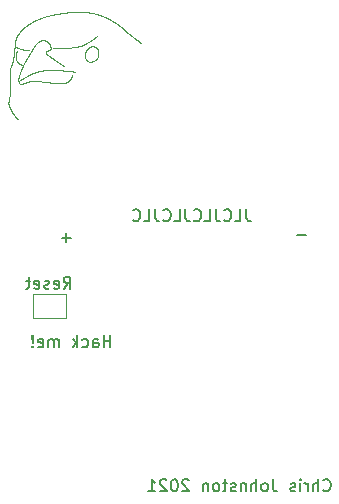
<source format=gbr>
%TF.GenerationSoftware,KiCad,Pcbnew,5.1.6-c6e7f7d~87~ubuntu19.10.1*%
%TF.CreationDate,2021-11-12T23:16:19-08:00*%
%TF.ProjectId,crobagotchi,63726f62-6167-46f7-9463-68692e6b6963,rev?*%
%TF.SameCoordinates,Original*%
%TF.FileFunction,Legend,Bot*%
%TF.FilePolarity,Positive*%
%FSLAX46Y46*%
G04 Gerber Fmt 4.6, Leading zero omitted, Abs format (unit mm)*
G04 Created by KiCad (PCBNEW 5.1.6-c6e7f7d~87~ubuntu19.10.1) date 2021-11-12 23:16:19*
%MOMM*%
%LPD*%
G01*
G04 APERTURE LIST*
%ADD10C,0.150000*%
%ADD11C,0.058970*%
%ADD12C,0.058819*%
%ADD13C,0.085549*%
%ADD14C,0.120000*%
G04 APERTURE END LIST*
D10*
X116379047Y-68032380D02*
X116379047Y-68746666D01*
X116426666Y-68889523D01*
X116521904Y-68984761D01*
X116664761Y-69032380D01*
X116760000Y-69032380D01*
X115426666Y-69032380D02*
X115902857Y-69032380D01*
X115902857Y-68032380D01*
X114521904Y-68937142D02*
X114569523Y-68984761D01*
X114712380Y-69032380D01*
X114807619Y-69032380D01*
X114950476Y-68984761D01*
X115045714Y-68889523D01*
X115093333Y-68794285D01*
X115140952Y-68603809D01*
X115140952Y-68460952D01*
X115093333Y-68270476D01*
X115045714Y-68175238D01*
X114950476Y-68080000D01*
X114807619Y-68032380D01*
X114712380Y-68032380D01*
X114569523Y-68080000D01*
X114521904Y-68127619D01*
X113807619Y-68032380D02*
X113807619Y-68746666D01*
X113855238Y-68889523D01*
X113950476Y-68984761D01*
X114093333Y-69032380D01*
X114188571Y-69032380D01*
X112855238Y-69032380D02*
X113331428Y-69032380D01*
X113331428Y-68032380D01*
X111950476Y-68937142D02*
X111998095Y-68984761D01*
X112140952Y-69032380D01*
X112236190Y-69032380D01*
X112379047Y-68984761D01*
X112474285Y-68889523D01*
X112521904Y-68794285D01*
X112569523Y-68603809D01*
X112569523Y-68460952D01*
X112521904Y-68270476D01*
X112474285Y-68175238D01*
X112379047Y-68080000D01*
X112236190Y-68032380D01*
X112140952Y-68032380D01*
X111998095Y-68080000D01*
X111950476Y-68127619D01*
X111236190Y-68032380D02*
X111236190Y-68746666D01*
X111283809Y-68889523D01*
X111379047Y-68984761D01*
X111521904Y-69032380D01*
X111617142Y-69032380D01*
X110283809Y-69032380D02*
X110760000Y-69032380D01*
X110760000Y-68032380D01*
X109379047Y-68937142D02*
X109426666Y-68984761D01*
X109569523Y-69032380D01*
X109664761Y-69032380D01*
X109807619Y-68984761D01*
X109902857Y-68889523D01*
X109950476Y-68794285D01*
X109998095Y-68603809D01*
X109998095Y-68460952D01*
X109950476Y-68270476D01*
X109902857Y-68175238D01*
X109807619Y-68080000D01*
X109664761Y-68032380D01*
X109569523Y-68032380D01*
X109426666Y-68080000D01*
X109379047Y-68127619D01*
X108664761Y-68032380D02*
X108664761Y-68746666D01*
X108712380Y-68889523D01*
X108807619Y-68984761D01*
X108950476Y-69032380D01*
X109045714Y-69032380D01*
X107712380Y-69032380D02*
X108188571Y-69032380D01*
X108188571Y-68032380D01*
X106807619Y-68937142D02*
X106855238Y-68984761D01*
X106998095Y-69032380D01*
X107093333Y-69032380D01*
X107236190Y-68984761D01*
X107331428Y-68889523D01*
X107379047Y-68794285D01*
X107426666Y-68603809D01*
X107426666Y-68460952D01*
X107379047Y-68270476D01*
X107331428Y-68175238D01*
X107236190Y-68080000D01*
X107093333Y-68032380D01*
X106998095Y-68032380D01*
X106855238Y-68080000D01*
X106807619Y-68127619D01*
X122919238Y-91797142D02*
X122966857Y-91844761D01*
X123109714Y-91892380D01*
X123204952Y-91892380D01*
X123347809Y-91844761D01*
X123443047Y-91749523D01*
X123490666Y-91654285D01*
X123538285Y-91463809D01*
X123538285Y-91320952D01*
X123490666Y-91130476D01*
X123443047Y-91035238D01*
X123347809Y-90940000D01*
X123204952Y-90892380D01*
X123109714Y-90892380D01*
X122966857Y-90940000D01*
X122919238Y-90987619D01*
X122490666Y-91892380D02*
X122490666Y-90892380D01*
X122062095Y-91892380D02*
X122062095Y-91368571D01*
X122109714Y-91273333D01*
X122204952Y-91225714D01*
X122347809Y-91225714D01*
X122443047Y-91273333D01*
X122490666Y-91320952D01*
X121585904Y-91892380D02*
X121585904Y-91225714D01*
X121585904Y-91416190D02*
X121538285Y-91320952D01*
X121490666Y-91273333D01*
X121395428Y-91225714D01*
X121300190Y-91225714D01*
X120966857Y-91892380D02*
X120966857Y-91225714D01*
X120966857Y-90892380D02*
X121014476Y-90940000D01*
X120966857Y-90987619D01*
X120919238Y-90940000D01*
X120966857Y-90892380D01*
X120966857Y-90987619D01*
X120538285Y-91844761D02*
X120443047Y-91892380D01*
X120252571Y-91892380D01*
X120157333Y-91844761D01*
X120109714Y-91749523D01*
X120109714Y-91701904D01*
X120157333Y-91606666D01*
X120252571Y-91559047D01*
X120395428Y-91559047D01*
X120490666Y-91511428D01*
X120538285Y-91416190D01*
X120538285Y-91368571D01*
X120490666Y-91273333D01*
X120395428Y-91225714D01*
X120252571Y-91225714D01*
X120157333Y-91273333D01*
X118633523Y-90892380D02*
X118633523Y-91606666D01*
X118681142Y-91749523D01*
X118776380Y-91844761D01*
X118919238Y-91892380D01*
X119014476Y-91892380D01*
X118014476Y-91892380D02*
X118109714Y-91844761D01*
X118157333Y-91797142D01*
X118204952Y-91701904D01*
X118204952Y-91416190D01*
X118157333Y-91320952D01*
X118109714Y-91273333D01*
X118014476Y-91225714D01*
X117871619Y-91225714D01*
X117776380Y-91273333D01*
X117728761Y-91320952D01*
X117681142Y-91416190D01*
X117681142Y-91701904D01*
X117728761Y-91797142D01*
X117776380Y-91844761D01*
X117871619Y-91892380D01*
X118014476Y-91892380D01*
X117252571Y-91892380D02*
X117252571Y-90892380D01*
X116824000Y-91892380D02*
X116824000Y-91368571D01*
X116871619Y-91273333D01*
X116966857Y-91225714D01*
X117109714Y-91225714D01*
X117204952Y-91273333D01*
X117252571Y-91320952D01*
X116347809Y-91225714D02*
X116347809Y-91892380D01*
X116347809Y-91320952D02*
X116300190Y-91273333D01*
X116204952Y-91225714D01*
X116062095Y-91225714D01*
X115966857Y-91273333D01*
X115919238Y-91368571D01*
X115919238Y-91892380D01*
X115490666Y-91844761D02*
X115395428Y-91892380D01*
X115204952Y-91892380D01*
X115109714Y-91844761D01*
X115062095Y-91749523D01*
X115062095Y-91701904D01*
X115109714Y-91606666D01*
X115204952Y-91559047D01*
X115347809Y-91559047D01*
X115443047Y-91511428D01*
X115490666Y-91416190D01*
X115490666Y-91368571D01*
X115443047Y-91273333D01*
X115347809Y-91225714D01*
X115204952Y-91225714D01*
X115109714Y-91273333D01*
X114776380Y-91225714D02*
X114395428Y-91225714D01*
X114633523Y-90892380D02*
X114633523Y-91749523D01*
X114585904Y-91844761D01*
X114490666Y-91892380D01*
X114395428Y-91892380D01*
X113919238Y-91892380D02*
X114014476Y-91844761D01*
X114062095Y-91797142D01*
X114109714Y-91701904D01*
X114109714Y-91416190D01*
X114062095Y-91320952D01*
X114014476Y-91273333D01*
X113919238Y-91225714D01*
X113776380Y-91225714D01*
X113681142Y-91273333D01*
X113633523Y-91320952D01*
X113585904Y-91416190D01*
X113585904Y-91701904D01*
X113633523Y-91797142D01*
X113681142Y-91844761D01*
X113776380Y-91892380D01*
X113919238Y-91892380D01*
X113157333Y-91225714D02*
X113157333Y-91892380D01*
X113157333Y-91320952D02*
X113109714Y-91273333D01*
X113014476Y-91225714D01*
X112871619Y-91225714D01*
X112776380Y-91273333D01*
X112728761Y-91368571D01*
X112728761Y-91892380D01*
X111538285Y-90987619D02*
X111490666Y-90940000D01*
X111395428Y-90892380D01*
X111157333Y-90892380D01*
X111062095Y-90940000D01*
X111014476Y-90987619D01*
X110966857Y-91082857D01*
X110966857Y-91178095D01*
X111014476Y-91320952D01*
X111585904Y-91892380D01*
X110966857Y-91892380D01*
X110347809Y-90892380D02*
X110252571Y-90892380D01*
X110157333Y-90940000D01*
X110109714Y-90987619D01*
X110062095Y-91082857D01*
X110014476Y-91273333D01*
X110014476Y-91511428D01*
X110062095Y-91701904D01*
X110109714Y-91797142D01*
X110157333Y-91844761D01*
X110252571Y-91892380D01*
X110347809Y-91892380D01*
X110443047Y-91844761D01*
X110490666Y-91797142D01*
X110538285Y-91701904D01*
X110585904Y-91511428D01*
X110585904Y-91273333D01*
X110538285Y-91082857D01*
X110490666Y-90987619D01*
X110443047Y-90940000D01*
X110347809Y-90892380D01*
X109633523Y-90987619D02*
X109585904Y-90940000D01*
X109490666Y-90892380D01*
X109252571Y-90892380D01*
X109157333Y-90940000D01*
X109109714Y-90987619D01*
X109062095Y-91082857D01*
X109062095Y-91178095D01*
X109109714Y-91320952D01*
X109681142Y-91892380D01*
X109062095Y-91892380D01*
X108109714Y-91892380D02*
X108681142Y-91892380D01*
X108395428Y-91892380D02*
X108395428Y-90892380D01*
X108490666Y-91035238D01*
X108585904Y-91130476D01*
X108681142Y-91178095D01*
X100933095Y-74747380D02*
X101266428Y-74271190D01*
X101504523Y-74747380D02*
X101504523Y-73747380D01*
X101123571Y-73747380D01*
X101028333Y-73795000D01*
X100980714Y-73842619D01*
X100933095Y-73937857D01*
X100933095Y-74080714D01*
X100980714Y-74175952D01*
X101028333Y-74223571D01*
X101123571Y-74271190D01*
X101504523Y-74271190D01*
X100123571Y-74699761D02*
X100218809Y-74747380D01*
X100409285Y-74747380D01*
X100504523Y-74699761D01*
X100552142Y-74604523D01*
X100552142Y-74223571D01*
X100504523Y-74128333D01*
X100409285Y-74080714D01*
X100218809Y-74080714D01*
X100123571Y-74128333D01*
X100075952Y-74223571D01*
X100075952Y-74318809D01*
X100552142Y-74414047D01*
X99695000Y-74699761D02*
X99599761Y-74747380D01*
X99409285Y-74747380D01*
X99314047Y-74699761D01*
X99266428Y-74604523D01*
X99266428Y-74556904D01*
X99314047Y-74461666D01*
X99409285Y-74414047D01*
X99552142Y-74414047D01*
X99647380Y-74366428D01*
X99695000Y-74271190D01*
X99695000Y-74223571D01*
X99647380Y-74128333D01*
X99552142Y-74080714D01*
X99409285Y-74080714D01*
X99314047Y-74128333D01*
X98456904Y-74699761D02*
X98552142Y-74747380D01*
X98742619Y-74747380D01*
X98837857Y-74699761D01*
X98885476Y-74604523D01*
X98885476Y-74223571D01*
X98837857Y-74128333D01*
X98742619Y-74080714D01*
X98552142Y-74080714D01*
X98456904Y-74128333D01*
X98409285Y-74223571D01*
X98409285Y-74318809D01*
X98885476Y-74414047D01*
X98123571Y-74080714D02*
X97742619Y-74080714D01*
X97980714Y-73747380D02*
X97980714Y-74604523D01*
X97933095Y-74699761D01*
X97837857Y-74747380D01*
X97742619Y-74747380D01*
X104885714Y-79700380D02*
X104885714Y-78700380D01*
X104885714Y-79176571D02*
X104314285Y-79176571D01*
X104314285Y-79700380D02*
X104314285Y-78700380D01*
X103409523Y-79700380D02*
X103409523Y-79176571D01*
X103457142Y-79081333D01*
X103552380Y-79033714D01*
X103742857Y-79033714D01*
X103838095Y-79081333D01*
X103409523Y-79652761D02*
X103504761Y-79700380D01*
X103742857Y-79700380D01*
X103838095Y-79652761D01*
X103885714Y-79557523D01*
X103885714Y-79462285D01*
X103838095Y-79367047D01*
X103742857Y-79319428D01*
X103504761Y-79319428D01*
X103409523Y-79271809D01*
X102504761Y-79652761D02*
X102600000Y-79700380D01*
X102790476Y-79700380D01*
X102885714Y-79652761D01*
X102933333Y-79605142D01*
X102980952Y-79509904D01*
X102980952Y-79224190D01*
X102933333Y-79128952D01*
X102885714Y-79081333D01*
X102790476Y-79033714D01*
X102600000Y-79033714D01*
X102504761Y-79081333D01*
X102076190Y-79700380D02*
X102076190Y-78700380D01*
X101980952Y-79319428D02*
X101695238Y-79700380D01*
X101695238Y-79033714D02*
X102076190Y-79414666D01*
X100504761Y-79700380D02*
X100504761Y-79033714D01*
X100504761Y-79128952D02*
X100457142Y-79081333D01*
X100361904Y-79033714D01*
X100219047Y-79033714D01*
X100123809Y-79081333D01*
X100076190Y-79176571D01*
X100076190Y-79700380D01*
X100076190Y-79176571D02*
X100028571Y-79081333D01*
X99933333Y-79033714D01*
X99790476Y-79033714D01*
X99695238Y-79081333D01*
X99647619Y-79176571D01*
X99647619Y-79700380D01*
X98790476Y-79652761D02*
X98885714Y-79700380D01*
X99076190Y-79700380D01*
X99171428Y-79652761D01*
X99219047Y-79557523D01*
X99219047Y-79176571D01*
X99171428Y-79081333D01*
X99076190Y-79033714D01*
X98885714Y-79033714D01*
X98790476Y-79081333D01*
X98742857Y-79176571D01*
X98742857Y-79271809D01*
X99219047Y-79367047D01*
X98314285Y-79605142D02*
X98266666Y-79652761D01*
X98314285Y-79700380D01*
X98361904Y-79652761D01*
X98314285Y-79605142D01*
X98314285Y-79700380D01*
X98314285Y-79319428D02*
X98361904Y-78748000D01*
X98314285Y-78700380D01*
X98266666Y-78748000D01*
X98314285Y-79319428D01*
X98314285Y-78700380D01*
D11*
%TO.C,svg2mod*%
X107458529Y-53937060D02*
X107457646Y-53936400D01*
X107457646Y-53936400D02*
X107455034Y-53934447D01*
X107455034Y-53934447D02*
X107450746Y-53931239D01*
X107450746Y-53931239D02*
X107444833Y-53926814D01*
X107444833Y-53926814D02*
X107437350Y-53921211D01*
X107437350Y-53921211D02*
X107428349Y-53914469D01*
X107428349Y-53914469D02*
X107417882Y-53906627D01*
X107417882Y-53906627D02*
X107406003Y-53897722D01*
X107406003Y-53897722D02*
X107392765Y-53887794D01*
X107392765Y-53887794D02*
X107378220Y-53876881D01*
X107378220Y-53876881D02*
X107362421Y-53865022D01*
X107362421Y-53865022D02*
X107345421Y-53852255D01*
X107345421Y-53852255D02*
X107327274Y-53838619D01*
X107327274Y-53838619D02*
X107308031Y-53824153D01*
X107308031Y-53824153D02*
X107287746Y-53808895D01*
X107287746Y-53808895D02*
X107266472Y-53792883D01*
X107266472Y-53792883D02*
X107244261Y-53776157D01*
X107244261Y-53776157D02*
X107221166Y-53758755D01*
X107221166Y-53758755D02*
X107197241Y-53740716D01*
X107197241Y-53740716D02*
X107172538Y-53722078D01*
X107172538Y-53722078D02*
X107147109Y-53702879D01*
X107147109Y-53702879D02*
X107121009Y-53683159D01*
X107121009Y-53683159D02*
X107094289Y-53662956D01*
X107094289Y-53662956D02*
X107067003Y-53642309D01*
X107067003Y-53642309D02*
X107039203Y-53621255D01*
X107039203Y-53621255D02*
X107010943Y-53599835D01*
X107010943Y-53599835D02*
X106982274Y-53578086D01*
X106982274Y-53578086D02*
X106953251Y-53556047D01*
X106953251Y-53556047D02*
X106923926Y-53533756D01*
X106923926Y-53533756D02*
X106894351Y-53511253D01*
X106894351Y-53511253D02*
X106864580Y-53488575D01*
X106864580Y-53488575D02*
X106834666Y-53465762D01*
X106834666Y-53465762D02*
X106804661Y-53442852D01*
X106804661Y-53442852D02*
X106774618Y-53419883D01*
X106774618Y-53419883D02*
X106744590Y-53396895D01*
X106744590Y-53396895D02*
X106714630Y-53373926D01*
X106714630Y-53373926D02*
X106684792Y-53351014D01*
X106684792Y-53351014D02*
X106655126Y-53328198D01*
X106655126Y-53328198D02*
X106625688Y-53305516D01*
X106625688Y-53305516D02*
X106596529Y-53283008D01*
X106596529Y-53283008D02*
X106567702Y-53260711D01*
X106567702Y-53260711D02*
X106539260Y-53238665D01*
X106539260Y-53238665D02*
X106511257Y-53216909D01*
X106511257Y-53216909D02*
X106483744Y-53195479D01*
X106483744Y-53195479D02*
X106456775Y-53174416D01*
X106456775Y-53174416D02*
X106430403Y-53153758D01*
X106430403Y-53153758D02*
X106404680Y-53133543D01*
X106404680Y-53133543D02*
X106379660Y-53113810D01*
X106379660Y-53113810D02*
X106355395Y-53094598D01*
X106355395Y-53094598D02*
X106331938Y-53075945D01*
X106331938Y-53075945D02*
X106309342Y-53057890D01*
X106309342Y-53057890D02*
X106287661Y-53040471D01*
X106287661Y-53040471D02*
X106266945Y-53023728D01*
X106266945Y-53023728D02*
X106247250Y-53007698D01*
X106247250Y-53007698D02*
X106228627Y-52992420D01*
X106228627Y-52992420D02*
X106211129Y-52977933D01*
X106211129Y-52977933D02*
X106194809Y-52964276D01*
X106194809Y-52964276D02*
X106179721Y-52951486D01*
X106179721Y-52951486D02*
X106165916Y-52939604D01*
X106165916Y-52939604D02*
X106153449Y-52928666D01*
X106153449Y-52928666D02*
X106142370Y-52918713D01*
X106142370Y-52918713D02*
X106132735Y-52909782D01*
X106132735Y-52909782D02*
X106124595Y-52901912D01*
X106124595Y-52901912D02*
X106118003Y-52895141D01*
X106118003Y-52895141D02*
X106113013Y-52889509D01*
X106113013Y-52889509D02*
X106103439Y-52878091D01*
X106103439Y-52878091D02*
X106093446Y-52866504D01*
X106093446Y-52866504D02*
X106083038Y-52854751D01*
X106083038Y-52854751D02*
X106072221Y-52842837D01*
X106072221Y-52842837D02*
X106060999Y-52830765D01*
X106060999Y-52830765D02*
X106049379Y-52818540D01*
X106049379Y-52818540D02*
X106037366Y-52806166D01*
X106037366Y-52806166D02*
X106024964Y-52793646D01*
X106024964Y-52793646D02*
X106012178Y-52780984D01*
X106012178Y-52780984D02*
X105999015Y-52768186D01*
X105999015Y-52768186D02*
X105985480Y-52755254D01*
X105985480Y-52755254D02*
X105971576Y-52742193D01*
X105971576Y-52742193D02*
X105957311Y-52729007D01*
X105957311Y-52729007D02*
X105942689Y-52715700D01*
X105942689Y-52715700D02*
X105927714Y-52702275D01*
X105927714Y-52702275D02*
X105912394Y-52688738D01*
X105912394Y-52688738D02*
X105896732Y-52675091D01*
X105896732Y-52675091D02*
X105880734Y-52661340D01*
X105880734Y-52661340D02*
X105864405Y-52647487D01*
X105864405Y-52647487D02*
X105847750Y-52633538D01*
X105847750Y-52633538D02*
X105830776Y-52619496D01*
X105830776Y-52619496D02*
X105813486Y-52605364D01*
X105813486Y-52605364D02*
X105795886Y-52591148D01*
X105795886Y-52591148D02*
X105777981Y-52576852D01*
X105777981Y-52576852D02*
X105759777Y-52562478D01*
X105759777Y-52562478D02*
X105741279Y-52548032D01*
X105741279Y-52548032D02*
X105722491Y-52533517D01*
X105722491Y-52533517D02*
X105703420Y-52518938D01*
X105703420Y-52518938D02*
X105684071Y-52504298D01*
X105684071Y-52504298D02*
X105664448Y-52489601D01*
X105664448Y-52489601D02*
X105644557Y-52474852D01*
X105644557Y-52474852D02*
X105624403Y-52460054D01*
X105624403Y-52460054D02*
X105603992Y-52445212D01*
X105603992Y-52445212D02*
X105583328Y-52430330D01*
X105583328Y-52430330D02*
X105562417Y-52415411D01*
X105562417Y-52415411D02*
X105541264Y-52400460D01*
X105541264Y-52400460D02*
X105519875Y-52385481D01*
X105519875Y-52385481D02*
X105498254Y-52370477D01*
X105498254Y-52370477D02*
X105476406Y-52355453D01*
X105476406Y-52355453D02*
X105454338Y-52340413D01*
X105454338Y-52340413D02*
X105432054Y-52325360D01*
X105432054Y-52325360D02*
X105409559Y-52310300D01*
X105409559Y-52310300D02*
X105386860Y-52295235D01*
X105386860Y-52295235D02*
X105363960Y-52280171D01*
X105363960Y-52280171D02*
X105340865Y-52265110D01*
X105340865Y-52265110D02*
X105317580Y-52250058D01*
X105317580Y-52250058D02*
X105294112Y-52235017D01*
X105294112Y-52235017D02*
X105270464Y-52219993D01*
X105270464Y-52219993D02*
X105246642Y-52204989D01*
X105246642Y-52204989D02*
X105222651Y-52190009D01*
X105222651Y-52190009D02*
X105198497Y-52175057D01*
X105198497Y-52175057D02*
X105174185Y-52160138D01*
X105174185Y-52160138D02*
X105149719Y-52145254D01*
X105149719Y-52145254D02*
X105125106Y-52130411D01*
X105125106Y-52130411D02*
X105100351Y-52115613D01*
X105100351Y-52115613D02*
X105075458Y-52100863D01*
X105075458Y-52100863D02*
X105050433Y-52086165D01*
X105050433Y-52086165D02*
X105025281Y-52071523D01*
X105025281Y-52071523D02*
X105000007Y-52056943D01*
X105000007Y-52056943D02*
X104974617Y-52042426D01*
X104974617Y-52042426D02*
X104949116Y-52027979D01*
X104949116Y-52027979D02*
X104923509Y-52013604D01*
X104923509Y-52013604D02*
X104897801Y-51999305D01*
X104897801Y-51999305D02*
X104871998Y-51985088D01*
X104871998Y-51985088D02*
X104846105Y-51970955D01*
X104846105Y-51970955D02*
X104820126Y-51956910D01*
X104820126Y-51956910D02*
X104794068Y-51942959D01*
X104794068Y-51942959D02*
X104767935Y-51929104D01*
X104767935Y-51929104D02*
X104741733Y-51915351D01*
X104741733Y-51915351D02*
X104715467Y-51901702D01*
X104715467Y-51901702D02*
X104689142Y-51888162D01*
X104689142Y-51888162D02*
X104662763Y-51874735D01*
X104662763Y-51874735D02*
X104636336Y-51861425D01*
X104636336Y-51861425D02*
X104609866Y-51848237D01*
X104609866Y-51848237D02*
X104583357Y-51835173D01*
X104583357Y-51835173D02*
X104556816Y-51822238D01*
X104556816Y-51822238D02*
X104530248Y-51809437D01*
X104530248Y-51809437D02*
X104503657Y-51796773D01*
X104503657Y-51796773D02*
X104477049Y-51784250D01*
X104477049Y-51784250D02*
X104450430Y-51771872D01*
X104450430Y-51771872D02*
X104423804Y-51759644D01*
X104423804Y-51759644D02*
X104397176Y-51747568D01*
X104397176Y-51747568D02*
X104370553Y-51735651D01*
X104370553Y-51735651D02*
X104343938Y-51723895D01*
X104343938Y-51723895D02*
X104317338Y-51712304D01*
X104317338Y-51712304D02*
X104290758Y-51700882D01*
X104290758Y-51700882D02*
X104264202Y-51689635D01*
X104264202Y-51689635D02*
X104237677Y-51678565D01*
X104237677Y-51678565D02*
X104211186Y-51667676D01*
X104211186Y-51667676D02*
X104184737Y-51656973D01*
X104184737Y-51656973D02*
X104158333Y-51646460D01*
X104158333Y-51646460D02*
X104131979Y-51636140D01*
X104131979Y-51636140D02*
X104105683Y-51626018D01*
X104105683Y-51626018D02*
X104079447Y-51616098D01*
X104079447Y-51616098D02*
X104053278Y-51606384D01*
X104053278Y-51606384D02*
X104027181Y-51596880D01*
X104027181Y-51596880D02*
X104001162Y-51587589D01*
X104001162Y-51587589D02*
X103975224Y-51578517D01*
X103975224Y-51578517D02*
X103949374Y-51569666D01*
X103949374Y-51569666D02*
X103923617Y-51561042D01*
X103923617Y-51561042D02*
X103897958Y-51552647D01*
X103897958Y-51552647D02*
X103872402Y-51544487D01*
X103872402Y-51544487D02*
X103846955Y-51536565D01*
X103846955Y-51536565D02*
X103821622Y-51528885D01*
X103821622Y-51528885D02*
X103796407Y-51521451D01*
X103796407Y-51521451D02*
X103771317Y-51514267D01*
X103771317Y-51514267D02*
X103746356Y-51507337D01*
X103746356Y-51507337D02*
X103721530Y-51500666D01*
X103721530Y-51500666D02*
X103696801Y-51494202D01*
X103696801Y-51494202D02*
X103672031Y-51487866D01*
X103672031Y-51487866D02*
X103647220Y-51481655D01*
X103647220Y-51481655D02*
X103622368Y-51475571D01*
X103622368Y-51475571D02*
X103597477Y-51469612D01*
X103597477Y-51469612D02*
X103572547Y-51463777D01*
X103572547Y-51463777D02*
X103547579Y-51458067D01*
X103547579Y-51458067D02*
X103522572Y-51452480D01*
X103522572Y-51452480D02*
X103497527Y-51447015D01*
X103497527Y-51447015D02*
X103472445Y-51441673D01*
X103472445Y-51441673D02*
X103447327Y-51436451D01*
X103447327Y-51436451D02*
X103422173Y-51431351D01*
X103422173Y-51431351D02*
X103396984Y-51426371D01*
X103396984Y-51426371D02*
X103371759Y-51421510D01*
X103371759Y-51421510D02*
X103346500Y-51416769D01*
X103346500Y-51416769D02*
X103321207Y-51412145D01*
X103321207Y-51412145D02*
X103295881Y-51407639D01*
X103295881Y-51407639D02*
X103270522Y-51403250D01*
X103270522Y-51403250D02*
X103245130Y-51398977D01*
X103245130Y-51398977D02*
X103219707Y-51394820D01*
X103219707Y-51394820D02*
X103194253Y-51390779D01*
X103194253Y-51390779D02*
X103168768Y-51386851D01*
X103168768Y-51386851D02*
X103143252Y-51383037D01*
X103143252Y-51383037D02*
X103117707Y-51379337D01*
X103117707Y-51379337D02*
X103092133Y-51375749D01*
X103092133Y-51375749D02*
X103066530Y-51372272D01*
X103066530Y-51372272D02*
X103040900Y-51368907D01*
X103040900Y-51368907D02*
X103015241Y-51365653D01*
X103015241Y-51365653D02*
X102989556Y-51362509D01*
X102989556Y-51362509D02*
X102963844Y-51359474D01*
X102963844Y-51359474D02*
X102938107Y-51356547D01*
X102938107Y-51356547D02*
X102912343Y-51353729D01*
X102912343Y-51353729D02*
X102886555Y-51351018D01*
X102886555Y-51351018D02*
X102860743Y-51348414D01*
X102860743Y-51348414D02*
X102834907Y-51345916D01*
X102834907Y-51345916D02*
X102809047Y-51343523D01*
X102809047Y-51343523D02*
X102783165Y-51341236D01*
X102783165Y-51341236D02*
X102757261Y-51339052D01*
X102757261Y-51339052D02*
X102731334Y-51336972D01*
X102731334Y-51336972D02*
X102705387Y-51334995D01*
X102705387Y-51334995D02*
X102679419Y-51333121D01*
X102679419Y-51333121D02*
X102653431Y-51331348D01*
X102653431Y-51331348D02*
X102627423Y-51329676D01*
X102627423Y-51329676D02*
X102601396Y-51328105D01*
X102601396Y-51328105D02*
X102575351Y-51326633D01*
X102575351Y-51326633D02*
X102549288Y-51325261D01*
X102549288Y-51325261D02*
X102523207Y-51323987D01*
X102523207Y-51323987D02*
X102497109Y-51322811D01*
X102497109Y-51322811D02*
X102470995Y-51321732D01*
X102470995Y-51321732D02*
X102444865Y-51320750D01*
X102444865Y-51320750D02*
X102418720Y-51319863D01*
X102418720Y-51319863D02*
X102392559Y-51319072D01*
X102392559Y-51319072D02*
X102366385Y-51318376D01*
X102366385Y-51318376D02*
X102340197Y-51317774D01*
X102340197Y-51317774D02*
X102313995Y-51317265D01*
X102313995Y-51317265D02*
X102287781Y-51316849D01*
X102287781Y-51316849D02*
X102261555Y-51316525D01*
X102261555Y-51316525D02*
X102235317Y-51316292D01*
X102235317Y-51316292D02*
X102209068Y-51316151D01*
X102209068Y-51316151D02*
X102182808Y-51316100D01*
X102182808Y-51316100D02*
X102156538Y-51316138D01*
X102156538Y-51316138D02*
X102130259Y-51316265D01*
X102130259Y-51316265D02*
X102103971Y-51316481D01*
X102103971Y-51316481D02*
X102077674Y-51316784D01*
X102077674Y-51316784D02*
X102051369Y-51317174D01*
X102051369Y-51317174D02*
X102025057Y-51317651D01*
X102025057Y-51317651D02*
X101998738Y-51318213D01*
X101998738Y-51318213D02*
X101972413Y-51318861D01*
X101972413Y-51318861D02*
X101946082Y-51319593D01*
X101946082Y-51319593D02*
X101919746Y-51320409D01*
X101919746Y-51320409D02*
X101893405Y-51321308D01*
X101893405Y-51321308D02*
X101867059Y-51322290D01*
X101867059Y-51322290D02*
X101840710Y-51323354D01*
X101840710Y-51323354D02*
X101814358Y-51324499D01*
X101814358Y-51324499D02*
X101788003Y-51325725D01*
X101788003Y-51325725D02*
X101761646Y-51327030D01*
X101761646Y-51327030D02*
X101735288Y-51328416D01*
X101735288Y-51328416D02*
X101708928Y-51329880D01*
X101708928Y-51329880D02*
X101682568Y-51331422D01*
X101682568Y-51331422D02*
X101656208Y-51333041D01*
X101656208Y-51333041D02*
X101629849Y-51334738D01*
X101629849Y-51334738D02*
X101603490Y-51336511D01*
X101603490Y-51336511D02*
X101577133Y-51338359D01*
X101577133Y-51338359D02*
X101550779Y-51340282D01*
X101550779Y-51340282D02*
X101524427Y-51342280D01*
X101524427Y-51342280D02*
X101498078Y-51344351D01*
X101498078Y-51344351D02*
X101471733Y-51346495D01*
X101471733Y-51346495D02*
X101445392Y-51348712D01*
X101445392Y-51348712D02*
X101419056Y-51351001D01*
X101419056Y-51351001D02*
X101392725Y-51353360D01*
X101392725Y-51353360D02*
X101366400Y-51355790D01*
X101366400Y-51355790D02*
X101340081Y-51358290D01*
X101340081Y-51358290D02*
X101313770Y-51360860D01*
X101313770Y-51360860D02*
X101287465Y-51363497D01*
X101287465Y-51363497D02*
X101261169Y-51366203D01*
X101261169Y-51366203D02*
X101234881Y-51368976D01*
X101234881Y-51368976D02*
X101208603Y-51371816D01*
X101208603Y-51371816D02*
X101182333Y-51374722D01*
X101182333Y-51374722D02*
X101156074Y-51377693D01*
X101156074Y-51377693D02*
X101129826Y-51380729D01*
X101129826Y-51380729D02*
X101103588Y-51383829D01*
X101103588Y-51383829D02*
X101077363Y-51386993D01*
X101077363Y-51386993D02*
X101051149Y-51390219D01*
X101051149Y-51390219D02*
X101024948Y-51393508D01*
X101024948Y-51393508D02*
X100998761Y-51396858D01*
X100998761Y-51396858D02*
X100972587Y-51400270D01*
X100972587Y-51400270D02*
X100946428Y-51403741D01*
X100946428Y-51403741D02*
X100920283Y-51407273D01*
X100920283Y-51407273D02*
X100894154Y-51410863D01*
X100894154Y-51410863D02*
X100868041Y-51414512D01*
X100868041Y-51414512D02*
X100841944Y-51418218D01*
X100841944Y-51418218D02*
X100815864Y-51421982D01*
X100815864Y-51421982D02*
X100789802Y-51425802D01*
X100789802Y-51425802D02*
X100763757Y-51429678D01*
X100763757Y-51429678D02*
X100737732Y-51433609D01*
X100737732Y-51433609D02*
X100711725Y-51437595D01*
X100711725Y-51437595D02*
X100685738Y-51441635D01*
X100685738Y-51441635D02*
X100659771Y-51445728D01*
X100659771Y-51445728D02*
X100633825Y-51449873D01*
X100633825Y-51449873D02*
X100607900Y-51454071D01*
X100607900Y-51454071D02*
X100581996Y-51458320D01*
X100581996Y-51458320D02*
X100556115Y-51462620D01*
X100556115Y-51462620D02*
X100530257Y-51466970D01*
X100530257Y-51466970D02*
X100504422Y-51471370D01*
X100504422Y-51471370D02*
X100478611Y-51475819D01*
X100478611Y-51475819D02*
X100452824Y-51480315D01*
X100452824Y-51480315D02*
X100427062Y-51484859D01*
X100427062Y-51484859D02*
X100401326Y-51489451D01*
X100401326Y-51489451D02*
X100375616Y-51494088D01*
X100375616Y-51494088D02*
X100349932Y-51498771D01*
X100349932Y-51498771D02*
X100324275Y-51503500D01*
X100324275Y-51503500D02*
X100298646Y-51508272D01*
X100298646Y-51508272D02*
X100273045Y-51513089D01*
X100273045Y-51513089D02*
X100247472Y-51517948D01*
X100247472Y-51517948D02*
X100221929Y-51522850D01*
X100221929Y-51522850D02*
X100196415Y-51527794D01*
X100196415Y-51527794D02*
X100170931Y-51532780D01*
X100170931Y-51532780D02*
X100145479Y-51537805D01*
X100145479Y-51537805D02*
X100120057Y-51542871D01*
X100120057Y-51542871D02*
X100094668Y-51547976D01*
X100094668Y-51547976D02*
X100069310Y-51553120D01*
X100069310Y-51553120D02*
X100043986Y-51558301D01*
X100043986Y-51558301D02*
X100018695Y-51563520D01*
X100018695Y-51563520D02*
X99993437Y-51568776D01*
X99993437Y-51568776D02*
X99968215Y-51574068D01*
X99968215Y-51574068D02*
X99943027Y-51579396D01*
X99943027Y-51579396D02*
X99917875Y-51584758D01*
X99917875Y-51584758D02*
X99892759Y-51590155D01*
X99892759Y-51590155D02*
X99867679Y-51595585D01*
X99867679Y-51595585D02*
X99842636Y-51601048D01*
X99842636Y-51601048D02*
X99817632Y-51606544D01*
X99817632Y-51606544D02*
X99792665Y-51612071D01*
X99792665Y-51612071D02*
X99767331Y-51617755D01*
X99767331Y-51617755D02*
X99742002Y-51623551D01*
X99742002Y-51623551D02*
X99716680Y-51629458D01*
X99716680Y-51629458D02*
X99691365Y-51635476D01*
X99691365Y-51635476D02*
X99666059Y-51641605D01*
X99666059Y-51641605D02*
X99640762Y-51647846D01*
X99640762Y-51647846D02*
X99615477Y-51654199D01*
X99615477Y-51654199D02*
X99590204Y-51660664D01*
X99590204Y-51660664D02*
X99564944Y-51667241D01*
X99564944Y-51667241D02*
X99539698Y-51673930D01*
X99539698Y-51673930D02*
X99514469Y-51680731D01*
X99514469Y-51680731D02*
X99489256Y-51687645D01*
X99489256Y-51687645D02*
X99464061Y-51694672D01*
X99464061Y-51694672D02*
X99438885Y-51701812D01*
X99438885Y-51701812D02*
X99413730Y-51709064D01*
X99413730Y-51709064D02*
X99388596Y-51716430D01*
X99388596Y-51716430D02*
X99363485Y-51723909D01*
X99363485Y-51723909D02*
X99338397Y-51731502D01*
X99338397Y-51731502D02*
X99313335Y-51739208D01*
X99313335Y-51739208D02*
X99288299Y-51747028D01*
X99288299Y-51747028D02*
X99263290Y-51754961D01*
X99263290Y-51754961D02*
X99238310Y-51763009D01*
X99238310Y-51763009D02*
X99213359Y-51771171D01*
X99213359Y-51771171D02*
X99188440Y-51779448D01*
X99188440Y-51779448D02*
X99163552Y-51787839D01*
X99163552Y-51787839D02*
X99138698Y-51796345D01*
X99138698Y-51796345D02*
X99113878Y-51804965D01*
X99113878Y-51804965D02*
X99089093Y-51813701D01*
X99089093Y-51813701D02*
X99064345Y-51822552D01*
X99064345Y-51822552D02*
X99039635Y-51831518D01*
X99039635Y-51831518D02*
X99014964Y-51840599D01*
X99014964Y-51840599D02*
X98990334Y-51849797D01*
X98990334Y-51849797D02*
X98965744Y-51859110D01*
X98965744Y-51859110D02*
X98941198Y-51868538D01*
X98941198Y-51868538D02*
X98916695Y-51878083D01*
X98916695Y-51878083D02*
X98892236Y-51887744D01*
X98892236Y-51887744D02*
X98867824Y-51897522D01*
X98867824Y-51897522D02*
X98843459Y-51907416D01*
X98843459Y-51907416D02*
X98819143Y-51917427D01*
X98819143Y-51917427D02*
X98794876Y-51927554D01*
X98794876Y-51927554D02*
X98770660Y-51937799D01*
X98770660Y-51937799D02*
X98746495Y-51948161D01*
X98746495Y-51948161D02*
X98722384Y-51958640D01*
X98722384Y-51958640D02*
X98698327Y-51969237D01*
X98698327Y-51969237D02*
X98674325Y-51979951D01*
X98674325Y-51979951D02*
X98650380Y-51990783D01*
X98650380Y-51990783D02*
X98626493Y-52001733D01*
X98626493Y-52001733D02*
X98602664Y-52012800D01*
X98602664Y-52012800D02*
X98578896Y-52023987D01*
X98578896Y-52023987D02*
X98555189Y-52035291D01*
X98555189Y-52035291D02*
X98531544Y-52046714D01*
X98531544Y-52046714D02*
X98507963Y-52058256D01*
X98507963Y-52058256D02*
X98484447Y-52069917D01*
X98484447Y-52069917D02*
X98460996Y-52081696D01*
X98460996Y-52081696D02*
X98437613Y-52093595D01*
X98437613Y-52093595D02*
X98414298Y-52105613D01*
X98414298Y-52105613D02*
X98391052Y-52117751D01*
X98391052Y-52117751D02*
X98367877Y-52130008D01*
X98367877Y-52130008D02*
X98344773Y-52142385D01*
X98344773Y-52142385D02*
X98321743Y-52154882D01*
X98321743Y-52154882D02*
X98298786Y-52167499D01*
X98298786Y-52167499D02*
X98275905Y-52180236D01*
X98275905Y-52180236D02*
X98253101Y-52193094D01*
X98253101Y-52193094D02*
X98230374Y-52206072D01*
X98230374Y-52206072D02*
X98207725Y-52219171D01*
X98207725Y-52219171D02*
X98185157Y-52232390D01*
X98185157Y-52232390D02*
X98162670Y-52245731D01*
X98162670Y-52245731D02*
X98140265Y-52259193D01*
X98140265Y-52259193D02*
X98117943Y-52272776D01*
X98117943Y-52272776D02*
X98095706Y-52286480D01*
X98095706Y-52286480D02*
X98073555Y-52300306D01*
X98073555Y-52300306D02*
X98051491Y-52314254D01*
X98051491Y-52314254D02*
X98029514Y-52328324D01*
X98029514Y-52328324D02*
X98007628Y-52342516D01*
X98007628Y-52342516D02*
X97985831Y-52356830D01*
X97985831Y-52356830D02*
X97964126Y-52371267D01*
X97964126Y-52371267D02*
X97942514Y-52385826D01*
X97942514Y-52385826D02*
X97920996Y-52400508D01*
X97920996Y-52400508D02*
X97899573Y-52415313D01*
X97899573Y-52415313D02*
X97878247Y-52430240D01*
X97878247Y-52430240D02*
X97857018Y-52445291D01*
X97857018Y-52445291D02*
X97835887Y-52460465D01*
X97835887Y-52460465D02*
X97814856Y-52475763D01*
X97814856Y-52475763D02*
X97793927Y-52491184D01*
X97793927Y-52491184D02*
X97773099Y-52506729D01*
X97773099Y-52506729D02*
X97752375Y-52522398D01*
X97752375Y-52522398D02*
X97731755Y-52538191D01*
X97731755Y-52538191D02*
X97711241Y-52554108D01*
X97711241Y-52554108D02*
X97690833Y-52570150D01*
X97690833Y-52570150D02*
X97670925Y-52586003D01*
X97670925Y-52586003D02*
X97651082Y-52602013D01*
X97651082Y-52602013D02*
X97631312Y-52618178D01*
X97631312Y-52618178D02*
X97611620Y-52634499D01*
X97611620Y-52634499D02*
X97592014Y-52650975D01*
X97592014Y-52650975D02*
X97572500Y-52667606D01*
X97572500Y-52667606D02*
X97553084Y-52684393D01*
X97553084Y-52684393D02*
X97533772Y-52701334D01*
X97533772Y-52701334D02*
X97514572Y-52718431D01*
X97514572Y-52718431D02*
X97495489Y-52735682D01*
X97495489Y-52735682D02*
X97476530Y-52753088D01*
X97476530Y-52753088D02*
X97457701Y-52770648D01*
X97457701Y-52770648D02*
X97439010Y-52788362D01*
X97439010Y-52788362D02*
X97420461Y-52806231D01*
X97420461Y-52806231D02*
X97402063Y-52824255D01*
X97402063Y-52824255D02*
X97383821Y-52842432D01*
X97383821Y-52842432D02*
X97365741Y-52860763D01*
X97365741Y-52860763D02*
X97347831Y-52879248D01*
X97347831Y-52879248D02*
X97330096Y-52897886D01*
X97330096Y-52897886D02*
X97312544Y-52916678D01*
X97312544Y-52916678D02*
X97295180Y-52935624D01*
X97295180Y-52935624D02*
X97278011Y-52954723D01*
X97278011Y-52954723D02*
X97261043Y-52973975D01*
X97261043Y-52973975D02*
X97244283Y-52993380D01*
X97244283Y-52993380D02*
X97227738Y-53012938D01*
X97227738Y-53012938D02*
X97211414Y-53032649D01*
X97211414Y-53032649D02*
X97195316Y-53052513D01*
X97195316Y-53052513D02*
X97179453Y-53072529D01*
X97179453Y-53072529D02*
X97163829Y-53092698D01*
X97163829Y-53092698D02*
X97148452Y-53113019D01*
X97148452Y-53113019D02*
X97133329Y-53133492D01*
X97133329Y-53133492D02*
X97118465Y-53154118D01*
X97118465Y-53154118D02*
X97103866Y-53174895D01*
X97103866Y-53174895D02*
X97089541Y-53195824D01*
X97089541Y-53195824D02*
X97075494Y-53216905D01*
X97075494Y-53216905D02*
X97061732Y-53238138D01*
X97061732Y-53238138D02*
X97048262Y-53259522D01*
X97048262Y-53259522D02*
X97035091Y-53281058D01*
X97035091Y-53281058D02*
X97022224Y-53302744D01*
X97022224Y-53302744D02*
X97009668Y-53324582D01*
X97009668Y-53324582D02*
X96997430Y-53346571D01*
X96997430Y-53346571D02*
X96985516Y-53368711D01*
X96985516Y-53368711D02*
X96973933Y-53391002D01*
X96973933Y-53391002D02*
X96962686Y-53413443D01*
X96962686Y-53413443D02*
X96951783Y-53436035D01*
X96951783Y-53436035D02*
X96941230Y-53458777D01*
X96941230Y-53458777D02*
X96931033Y-53481670D01*
X96931033Y-53481670D02*
X96921199Y-53504713D01*
X96921199Y-53504713D02*
X96911734Y-53527905D01*
X96911734Y-53527905D02*
X96902645Y-53551248D01*
X96902645Y-53551248D02*
X96893938Y-53574741D01*
X96893938Y-53574741D02*
X96885619Y-53598383D01*
X96885619Y-53598383D02*
X96877696Y-53622175D01*
X96877696Y-53622175D02*
X96870174Y-53646116D01*
X96870174Y-53646116D02*
X96863060Y-53670207D01*
X96863060Y-53670207D02*
X96856361Y-53694447D01*
X96856361Y-53694447D02*
X96850082Y-53718836D01*
X96850082Y-53718836D02*
X96844231Y-53743374D01*
X96844231Y-53743374D02*
X96838813Y-53768060D01*
X96838813Y-53768060D02*
X96833836Y-53792896D01*
X96833836Y-53792896D02*
X96829305Y-53817880D01*
X96829305Y-53817880D02*
X96825007Y-53843544D01*
X96825007Y-53843544D02*
X96820916Y-53869263D01*
X96820916Y-53869263D02*
X96817022Y-53895034D01*
X96817022Y-53895034D02*
X96813317Y-53920856D01*
X96813317Y-53920856D02*
X96809790Y-53946724D01*
X96809790Y-53946724D02*
X96806434Y-53972637D01*
X96806434Y-53972637D02*
X96803239Y-53998593D01*
X96803239Y-53998593D02*
X96800197Y-54024587D01*
X96800197Y-54024587D02*
X96797297Y-54050618D01*
X96797297Y-54050618D02*
X96794531Y-54076683D01*
X96794531Y-54076683D02*
X96791891Y-54102780D01*
X96791891Y-54102780D02*
X96789366Y-54128905D01*
X96789366Y-54128905D02*
X96786949Y-54155057D01*
X96786949Y-54155057D02*
X96784629Y-54181232D01*
X96784629Y-54181232D02*
X96782398Y-54207428D01*
X96782398Y-54207428D02*
X96780247Y-54233641D01*
X96780247Y-54233641D02*
X96778167Y-54259871D01*
X96778167Y-54259871D02*
X96776148Y-54286113D01*
X96776148Y-54286113D02*
X96774182Y-54312366D01*
X96774182Y-54312366D02*
X96772260Y-54338626D01*
X96772260Y-54338626D02*
X96770372Y-54364892D01*
X96770372Y-54364892D02*
X96768510Y-54391159D01*
X96768510Y-54391159D02*
X96766664Y-54417427D01*
X96766664Y-54417427D02*
X96764825Y-54443691D01*
X96764825Y-54443691D02*
X96762985Y-54469950D01*
X96762985Y-54469950D02*
X96761135Y-54496201D01*
X96761135Y-54496201D02*
X96759264Y-54522441D01*
X96759264Y-54522441D02*
X96757365Y-54548667D01*
X96757365Y-54548667D02*
X96755428Y-54574877D01*
X96755428Y-54574877D02*
X96753445Y-54601068D01*
X96753445Y-54601068D02*
X96751405Y-54627238D01*
X96751405Y-54627238D02*
X96749301Y-54653384D01*
X96749301Y-54653384D02*
X96747122Y-54679504D01*
X96747122Y-54679504D02*
X96744861Y-54705593D01*
X96744861Y-54705593D02*
X96742507Y-54731651D01*
X96742507Y-54731651D02*
X96740052Y-54757675D01*
X96740052Y-54757675D02*
X96737487Y-54783661D01*
X96737487Y-54783661D02*
X96734803Y-54809607D01*
X96734803Y-54809607D02*
X96731991Y-54835510D01*
X96731991Y-54835510D02*
X96729041Y-54861369D01*
X96729041Y-54861369D02*
X96725103Y-54894723D01*
X96725103Y-54894723D02*
X96721203Y-54927070D01*
X96721203Y-54927070D02*
X96717330Y-54958456D01*
X96717330Y-54958456D02*
X96713474Y-54988928D01*
X96713474Y-54988928D02*
X96709624Y-55018530D01*
X96709624Y-55018530D02*
X96705769Y-55047309D01*
X96705769Y-55047309D02*
X96701898Y-55075310D01*
X96701898Y-55075310D02*
X96698002Y-55102579D01*
X96698002Y-55102579D02*
X96694070Y-55129162D01*
X96694070Y-55129162D02*
X96690089Y-55155104D01*
X96690089Y-55155104D02*
X96686051Y-55180452D01*
X96686051Y-55180452D02*
X96681945Y-55205251D01*
X96681945Y-55205251D02*
X96677759Y-55229547D01*
X96677759Y-55229547D02*
X96673483Y-55253385D01*
X96673483Y-55253385D02*
X96669106Y-55276812D01*
X96669106Y-55276812D02*
X96664619Y-55299873D01*
X96664619Y-55299873D02*
X96660009Y-55322613D01*
X96660009Y-55322613D02*
X96655267Y-55345080D01*
X96655267Y-55345080D02*
X96650382Y-55367318D01*
X96650382Y-55367318D02*
X96645342Y-55389373D01*
X96645342Y-55389373D02*
X96640139Y-55411291D01*
X96640139Y-55411291D02*
X96634760Y-55433117D01*
X96634760Y-55433117D02*
X96629195Y-55454899D01*
X96629195Y-55454899D02*
X96623434Y-55476680D01*
X96623434Y-55476680D02*
X96617465Y-55498508D01*
X96617465Y-55498508D02*
X96611279Y-55520427D01*
X96611279Y-55520427D02*
X96604864Y-55542484D01*
X96604864Y-55542484D02*
X96598211Y-55564724D01*
X96598211Y-55564724D02*
X96591307Y-55587193D01*
X96591307Y-55587193D02*
X96584143Y-55609937D01*
X96584143Y-55609937D02*
X96576708Y-55633002D01*
X96576708Y-55633002D02*
X96568991Y-55656433D01*
X96568991Y-55656433D02*
X96560981Y-55680276D01*
X96560981Y-55680276D02*
X96552669Y-55704577D01*
X96552669Y-55704577D02*
X96544043Y-55729382D01*
X96544043Y-55729382D02*
X96535092Y-55754736D01*
X96535092Y-55754736D02*
X96525806Y-55780686D01*
X96525806Y-55780686D02*
X96516175Y-55807276D01*
X96516175Y-55807276D02*
X96506187Y-55834553D01*
X96506187Y-55834553D02*
X96495833Y-55862563D01*
X96495833Y-55862563D02*
X96485100Y-55891350D01*
X96485100Y-55891350D02*
X96473979Y-55920962D01*
X96473979Y-55920962D02*
X96462460Y-55951444D01*
X96462460Y-55951444D02*
X96450530Y-55982841D01*
X96450530Y-55982841D02*
X96440903Y-56009007D01*
X96440903Y-56009007D02*
X96431865Y-56035366D01*
X96431865Y-56035366D02*
X96423402Y-56061907D01*
X96423402Y-56061907D02*
X96415499Y-56088616D01*
X96415499Y-56088616D02*
X96408143Y-56115482D01*
X96408143Y-56115482D02*
X96401317Y-56142490D01*
X96401317Y-56142490D02*
X96395008Y-56169630D01*
X96395008Y-56169630D02*
X96389202Y-56196888D01*
X96389202Y-56196888D02*
X96383883Y-56224251D01*
X96383883Y-56224251D02*
X96379037Y-56251708D01*
X96379037Y-56251708D02*
X96374650Y-56279246D01*
X96374650Y-56279246D02*
X96370707Y-56306851D01*
X96370707Y-56306851D02*
X96367194Y-56334513D01*
X96367194Y-56334513D02*
X96364095Y-56362217D01*
X96364095Y-56362217D02*
X96361397Y-56389952D01*
X96361397Y-56389952D02*
X96359085Y-56417705D01*
X96359085Y-56417705D02*
X96357144Y-56445463D01*
X96357144Y-56445463D02*
X96355560Y-56473214D01*
X96355560Y-56473214D02*
X96354318Y-56500946D01*
X96354318Y-56500946D02*
X96353404Y-56528645D01*
X96353404Y-56528645D02*
X96352803Y-56556300D01*
X96352803Y-56556300D02*
X96352501Y-56583897D01*
X96352501Y-56583897D02*
X96352483Y-56611425D01*
X96352483Y-56611425D02*
X96352735Y-56638870D01*
X96352735Y-56638870D02*
X96353241Y-56666220D01*
X96353241Y-56666220D02*
X96353989Y-56693462D01*
X96353989Y-56693462D02*
X96354962Y-56720585D01*
X96354962Y-56720585D02*
X96356146Y-56747575D01*
X96356146Y-56747575D02*
X96357528Y-56774420D01*
X96357528Y-56774420D02*
X96359091Y-56801108D01*
X96359091Y-56801108D02*
X96360823Y-56827625D01*
X96360823Y-56827625D02*
X96362708Y-56853960D01*
X96362708Y-56853960D02*
X96364731Y-56880099D01*
X96364731Y-56880099D02*
X96366879Y-56906030D01*
X96366879Y-56906030D02*
X96369136Y-56931741D01*
X96369136Y-56931741D02*
X96371489Y-56957219D01*
X96371489Y-56957219D02*
X96373922Y-56982452D01*
X96373922Y-56982452D02*
X96376421Y-57007427D01*
X96376421Y-57007427D02*
X96378971Y-57032131D01*
X96378971Y-57032131D02*
X96381559Y-57056552D01*
X96381559Y-57056552D02*
X96384169Y-57080678D01*
X96384169Y-57080678D02*
X96386787Y-57104495D01*
X96386787Y-57104495D02*
X96389398Y-57127992D01*
X96389398Y-57127992D02*
X96391988Y-57151155D01*
X96391988Y-57151155D02*
X96394542Y-57173973D01*
X96394542Y-57173973D02*
X96397046Y-57196432D01*
X96397046Y-57196432D02*
X96399485Y-57218520D01*
X96399485Y-57218520D02*
X96401844Y-57240225D01*
X96401844Y-57240225D02*
X96404110Y-57261534D01*
X96404110Y-57261534D02*
X96406267Y-57282434D01*
X96406267Y-57282434D02*
X96408301Y-57302914D01*
X96408301Y-57302914D02*
X96410198Y-57322959D01*
X96410198Y-57322959D02*
X96411943Y-57342559D01*
X96411943Y-57342559D02*
X96413521Y-57361700D01*
X96413521Y-57361700D02*
X96414918Y-57380370D01*
X96414918Y-57380370D02*
X96416119Y-57398555D01*
X96416119Y-57398555D02*
X96417110Y-57416245D01*
X96417110Y-57416245D02*
X96418318Y-57441844D01*
X96418318Y-57441844D02*
X96419356Y-57467499D01*
X96419356Y-57467499D02*
X96420229Y-57493209D01*
X96420229Y-57493209D02*
X96420936Y-57518970D01*
X96420936Y-57518970D02*
X96421480Y-57544781D01*
X96421480Y-57544781D02*
X96421862Y-57570638D01*
X96421862Y-57570638D02*
X96422084Y-57596540D01*
X96422084Y-57596540D02*
X96422148Y-57622484D01*
X96422148Y-57622484D02*
X96422055Y-57648467D01*
X96422055Y-57648467D02*
X96421808Y-57674486D01*
X96421808Y-57674486D02*
X96421407Y-57700541D01*
X96421407Y-57700541D02*
X96420855Y-57726627D01*
X96420855Y-57726627D02*
X96420152Y-57752742D01*
X96420152Y-57752742D02*
X96419302Y-57778884D01*
X96419302Y-57778884D02*
X96418306Y-57805051D01*
X96418306Y-57805051D02*
X96417164Y-57831240D01*
X96417164Y-57831240D02*
X96415880Y-57857448D01*
X96415880Y-57857448D02*
X96414454Y-57883673D01*
X96414454Y-57883673D02*
X96412889Y-57909913D01*
X96412889Y-57909913D02*
X96411186Y-57936164D01*
X96411186Y-57936164D02*
X96409346Y-57962426D01*
X96409346Y-57962426D02*
X96407372Y-57988694D01*
X96407372Y-57988694D02*
X96405265Y-58014966D01*
X96405265Y-58014966D02*
X96403027Y-58041241D01*
X96403027Y-58041241D02*
X96400660Y-58067515D01*
X96400660Y-58067515D02*
X96398164Y-58093786D01*
X96398164Y-58093786D02*
X96395543Y-58120052D01*
X96395543Y-58120052D02*
X96392797Y-58146310D01*
X96392797Y-58146310D02*
X96389929Y-58172557D01*
X96389929Y-58172557D02*
X96386939Y-58198792D01*
X96386939Y-58198792D02*
X96383830Y-58225011D01*
X96383830Y-58225011D02*
X96380604Y-58251212D01*
X96380604Y-58251212D02*
X96377261Y-58277393D01*
X96377261Y-58277393D02*
X96373805Y-58303552D01*
X96373805Y-58303552D02*
X96370235Y-58329684D01*
X96370235Y-58329684D02*
X96366555Y-58355789D01*
X96366555Y-58355789D02*
X96362766Y-58381864D01*
X96362766Y-58381864D02*
X96358869Y-58407906D01*
X96358869Y-58407906D02*
X96354867Y-58433912D01*
X96354867Y-58433912D02*
X96350761Y-58459881D01*
X96350761Y-58459881D02*
X96346552Y-58485810D01*
X96346552Y-58485810D02*
X96342242Y-58511696D01*
X96342242Y-58511696D02*
X96337834Y-58537536D01*
X96337834Y-58537536D02*
X96333328Y-58563329D01*
X96333328Y-58563329D02*
X96328726Y-58589072D01*
X96328726Y-58589072D02*
X96324031Y-58614762D01*
X96324031Y-58614762D02*
X96319243Y-58640397D01*
X96319243Y-58640397D02*
X96314365Y-58665974D01*
X96314365Y-58665974D02*
X96309398Y-58691491D01*
X96309398Y-58691491D02*
X96304344Y-58716945D01*
X96304344Y-58716945D02*
X96299205Y-58742335D01*
X96299205Y-58742335D02*
X96293982Y-58767656D01*
X96293982Y-58767656D02*
X96288676Y-58792908D01*
X96288676Y-58792908D02*
X96283291Y-58818087D01*
X96283291Y-58818087D02*
X96277826Y-58843190D01*
X96277826Y-58843190D02*
X96272285Y-58868217D01*
X96272285Y-58868217D02*
X96267272Y-58893432D01*
X96267272Y-58893432D02*
X96263399Y-58918977D01*
X96263399Y-58918977D02*
X96260635Y-58944832D01*
X96260635Y-58944832D02*
X96258950Y-58970978D01*
X96258950Y-58970978D02*
X96258314Y-58997396D01*
X96258314Y-58997396D02*
X96258698Y-59024068D01*
X96258698Y-59024068D02*
X96260072Y-59050974D01*
X96260072Y-59050974D02*
X96262405Y-59078095D01*
X96262405Y-59078095D02*
X96265668Y-59105413D01*
X96265668Y-59105413D02*
X96269831Y-59132908D01*
X96269831Y-59132908D02*
X96274863Y-59160562D01*
X96274863Y-59160562D02*
X96280736Y-59188356D01*
X96280736Y-59188356D02*
X96287418Y-59216270D01*
X96287418Y-59216270D02*
X96294880Y-59244287D01*
X96294880Y-59244287D02*
X96303093Y-59272386D01*
X96303093Y-59272386D02*
X96312025Y-59300549D01*
X96312025Y-59300549D02*
X96321648Y-59328757D01*
X96321648Y-59328757D02*
X96331932Y-59356991D01*
X96331932Y-59356991D02*
X96342845Y-59385233D01*
X96342845Y-59385233D02*
X96354359Y-59413462D01*
X96354359Y-59413462D02*
X96366444Y-59441661D01*
X96366444Y-59441661D02*
X96379069Y-59469811D01*
X96379069Y-59469811D02*
X96392204Y-59497891D01*
X96392204Y-59497891D02*
X96405821Y-59525885D01*
X96405821Y-59525885D02*
X96419888Y-59553771D01*
X96419888Y-59553771D02*
X96434376Y-59581533D01*
X96434376Y-59581533D02*
X96449255Y-59609150D01*
X96449255Y-59609150D02*
X96464495Y-59636604D01*
X96464495Y-59636604D02*
X96480066Y-59663876D01*
X96480066Y-59663876D02*
X96495938Y-59690947D01*
X96495938Y-59690947D02*
X96512081Y-59717797D01*
X96512081Y-59717797D02*
X96528465Y-59744409D01*
X96528465Y-59744409D02*
X96545061Y-59770763D01*
X96545061Y-59770763D02*
X96561838Y-59796840D01*
X96561838Y-59796840D02*
X96578767Y-59822621D01*
X96578767Y-59822621D02*
X96595817Y-59848088D01*
X96595817Y-59848088D02*
X96612958Y-59873221D01*
X96612958Y-59873221D02*
X96630161Y-59898001D01*
X96630161Y-59898001D02*
X96647396Y-59922410D01*
X96647396Y-59922410D02*
X96664633Y-59946429D01*
X96664633Y-59946429D02*
X96681842Y-59970038D01*
X96681842Y-59970038D02*
X96698992Y-59993219D01*
X96698992Y-59993219D02*
X96716055Y-60015953D01*
X96716055Y-60015953D02*
X96732999Y-60038220D01*
X96732999Y-60038220D02*
X96749796Y-60060003D01*
X96749796Y-60060003D02*
X96766415Y-60081281D01*
X96766415Y-60081281D02*
X96782826Y-60102037D01*
X96782826Y-60102037D02*
X96798999Y-60122251D01*
X96798999Y-60122251D02*
X96814905Y-60141903D01*
X96814905Y-60141903D02*
X96830513Y-60160977D01*
X96830513Y-60160977D02*
X96845794Y-60179451D01*
X96845794Y-60179451D02*
X96860717Y-60197308D01*
X96860717Y-60197308D02*
X96875253Y-60214528D01*
X96875253Y-60214528D02*
X96889372Y-60231093D01*
X96889372Y-60231093D02*
X96903043Y-60246984D01*
X96903043Y-60246984D02*
X96916237Y-60262181D01*
X96916237Y-60262181D02*
X96928925Y-60276666D01*
X96928925Y-60276666D02*
X96941075Y-60290419D01*
X96941075Y-60290419D02*
X96952658Y-60303423D01*
X96952658Y-60303423D02*
X96963644Y-60315658D01*
X96963644Y-60315658D02*
X96974004Y-60327104D01*
X96974004Y-60327104D02*
X96983707Y-60337744D01*
X96983707Y-60337744D02*
X96992723Y-60347557D01*
X96992723Y-60347557D02*
X97001022Y-60356526D01*
X97001022Y-60356526D02*
X97008575Y-60364632D01*
X97008575Y-60364632D02*
X97015352Y-60371854D01*
X97015352Y-60371854D02*
X97021322Y-60378175D01*
X97021322Y-60378175D02*
X97026456Y-60383576D01*
X97026456Y-60383576D02*
X97030723Y-60388037D01*
X97030723Y-60388037D02*
X97034094Y-60391539D01*
X97034094Y-60391539D02*
X97036539Y-60394065D01*
X97036539Y-60394065D02*
X97038028Y-60395594D01*
X97038028Y-60395594D02*
X97038531Y-60396108D01*
D12*
X97215507Y-57122880D02*
X97216485Y-57122274D01*
X97216485Y-57122274D02*
X97219375Y-57120485D01*
X97219375Y-57120485D02*
X97224114Y-57117556D01*
X97224114Y-57117556D02*
X97230639Y-57113532D01*
X97230639Y-57113532D02*
X97238887Y-57108456D01*
X97238887Y-57108456D02*
X97248793Y-57102371D01*
X97248793Y-57102371D02*
X97260295Y-57095321D01*
X97260295Y-57095321D02*
X97273328Y-57087350D01*
X97273328Y-57087350D02*
X97287830Y-57078501D01*
X97287830Y-57078501D02*
X97303737Y-57068818D01*
X97303737Y-57068818D02*
X97320985Y-57058345D01*
X97320985Y-57058345D02*
X97339511Y-57047125D01*
X97339511Y-57047125D02*
X97359251Y-57035202D01*
X97359251Y-57035202D02*
X97380143Y-57022620D01*
X97380143Y-57022620D02*
X97402122Y-57009421D01*
X97402122Y-57009421D02*
X97425125Y-56995651D01*
X97425125Y-56995651D02*
X97449089Y-56981351D01*
X97449089Y-56981351D02*
X97473950Y-56966567D01*
X97473950Y-56966567D02*
X97499645Y-56951341D01*
X97499645Y-56951341D02*
X97526110Y-56935717D01*
X97526110Y-56935717D02*
X97553281Y-56919739D01*
X97553281Y-56919739D02*
X97581096Y-56903451D01*
X97581096Y-56903451D02*
X97609491Y-56886896D01*
X97609491Y-56886896D02*
X97638402Y-56870117D01*
X97638402Y-56870117D02*
X97667765Y-56853159D01*
X97667765Y-56853159D02*
X97697518Y-56836065D01*
X97697518Y-56836065D02*
X97727597Y-56818878D01*
X97727597Y-56818878D02*
X97757939Y-56801643D01*
X97757939Y-56801643D02*
X97788479Y-56784402D01*
X97788479Y-56784402D02*
X97819155Y-56767200D01*
X97819155Y-56767200D02*
X97849903Y-56750080D01*
X97849903Y-56750080D02*
X97880659Y-56733085D01*
X97880659Y-56733085D02*
X97911360Y-56716260D01*
X97911360Y-56716260D02*
X97941943Y-56699648D01*
X97941943Y-56699648D02*
X97972344Y-56683293D01*
X97972344Y-56683293D02*
X98002500Y-56667238D01*
X98002500Y-56667238D02*
X98032347Y-56651526D01*
X98032347Y-56651526D02*
X98061821Y-56636202D01*
X98061821Y-56636202D02*
X98090860Y-56621309D01*
X98090860Y-56621309D02*
X98119399Y-56606891D01*
X98119399Y-56606891D02*
X98147376Y-56592991D01*
X98147376Y-56592991D02*
X98174727Y-56579653D01*
X98174727Y-56579653D02*
X98201387Y-56566920D01*
X98201387Y-56566920D02*
X98227295Y-56554837D01*
X98227295Y-56554837D02*
X98252386Y-56543447D01*
X98252386Y-56543447D02*
X98276597Y-56532793D01*
X98276597Y-56532793D02*
X98299865Y-56522919D01*
X98299865Y-56522919D02*
X98322125Y-56513869D01*
X98322125Y-56513869D02*
X98349265Y-56503144D01*
X98349265Y-56503144D02*
X98375800Y-56492751D01*
X98375800Y-56492751D02*
X98401770Y-56482682D01*
X98401770Y-56482682D02*
X98427218Y-56472928D01*
X98427218Y-56472928D02*
X98452183Y-56463481D01*
X98452183Y-56463481D02*
X98476707Y-56454332D01*
X98476707Y-56454332D02*
X98500830Y-56445473D01*
X98500830Y-56445473D02*
X98524594Y-56436896D01*
X98524594Y-56436896D02*
X98548038Y-56428591D01*
X98548038Y-56428591D02*
X98571204Y-56420552D01*
X98571204Y-56420552D02*
X98594133Y-56412768D01*
X98594133Y-56412768D02*
X98616866Y-56405233D01*
X98616866Y-56405233D02*
X98639443Y-56397936D01*
X98639443Y-56397936D02*
X98661905Y-56390871D01*
X98661905Y-56390871D02*
X98684294Y-56384029D01*
X98684294Y-56384029D02*
X98706649Y-56377401D01*
X98706649Y-56377401D02*
X98729012Y-56370979D01*
X98729012Y-56370979D02*
X98751424Y-56364754D01*
X98751424Y-56364754D02*
X98773925Y-56358718D01*
X98773925Y-56358718D02*
X98796557Y-56352863D01*
X98796557Y-56352863D02*
X98819360Y-56347180D01*
X98819360Y-56347180D02*
X98842375Y-56341661D01*
X98842375Y-56341661D02*
X98865643Y-56336297D01*
X98865643Y-56336297D02*
X98889204Y-56331081D01*
X98889204Y-56331081D02*
X98913100Y-56326003D01*
X98913100Y-56326003D02*
X98937371Y-56321055D01*
X98937371Y-56321055D02*
X98962059Y-56316229D01*
X98962059Y-56316229D02*
X98987204Y-56311516D01*
X98987204Y-56311516D02*
X99012847Y-56306909D01*
X99012847Y-56306909D02*
X99039028Y-56302398D01*
X99039028Y-56302398D02*
X99065789Y-56297975D01*
X99065789Y-56297975D02*
X99093171Y-56293632D01*
X99093171Y-56293632D02*
X99121213Y-56289360D01*
X99121213Y-56289360D02*
X99149958Y-56285151D01*
X99149958Y-56285151D02*
X99179447Y-56280997D01*
X99179447Y-56280997D02*
X99209718Y-56276889D01*
X99209718Y-56276889D02*
X99240815Y-56272819D01*
X99240815Y-56272819D02*
X99272777Y-56268778D01*
X99272777Y-56268778D02*
X99294598Y-56266171D01*
X99294598Y-56266171D02*
X99316840Y-56263719D01*
X99316840Y-56263719D02*
X99339489Y-56261419D01*
X99339489Y-56261419D02*
X99362530Y-56259267D01*
X99362530Y-56259267D02*
X99385950Y-56257262D01*
X99385950Y-56257262D02*
X99409735Y-56255399D01*
X99409735Y-56255399D02*
X99433869Y-56253675D01*
X99433869Y-56253675D02*
X99458339Y-56252088D01*
X99458339Y-56252088D02*
X99483131Y-56250635D01*
X99483131Y-56250635D02*
X99508231Y-56249311D01*
X99508231Y-56249311D02*
X99533623Y-56248114D01*
X99533623Y-56248114D02*
X99559295Y-56247041D01*
X99559295Y-56247041D02*
X99585232Y-56246089D01*
X99585232Y-56246089D02*
X99611419Y-56245255D01*
X99611419Y-56245255D02*
X99637842Y-56244535D01*
X99637842Y-56244535D02*
X99664488Y-56243926D01*
X99664488Y-56243926D02*
X99691342Y-56243426D01*
X99691342Y-56243426D02*
X99718390Y-56243030D01*
X99718390Y-56243030D02*
X99745617Y-56242737D01*
X99745617Y-56242737D02*
X99773010Y-56242542D01*
X99773010Y-56242542D02*
X99800554Y-56242443D01*
X99800554Y-56242443D02*
X99828235Y-56242437D01*
X99828235Y-56242437D02*
X99856039Y-56242520D01*
X99856039Y-56242520D02*
X99883951Y-56242689D01*
X99883951Y-56242689D02*
X99911958Y-56242941D01*
X99911958Y-56242941D02*
X99940045Y-56243274D01*
X99940045Y-56243274D02*
X99968198Y-56243683D01*
X99968198Y-56243683D02*
X99996403Y-56244166D01*
X99996403Y-56244166D02*
X100024645Y-56244720D01*
X100024645Y-56244720D02*
X100052911Y-56245342D01*
X100052911Y-56245342D02*
X100081186Y-56246027D01*
X100081186Y-56246027D02*
X100109456Y-56246774D01*
X100109456Y-56246774D02*
X100137707Y-56247580D01*
X100137707Y-56247580D02*
X100165924Y-56248440D01*
X100165924Y-56248440D02*
X100194093Y-56249352D01*
X100194093Y-56249352D02*
X100222201Y-56250312D01*
X100222201Y-56250312D02*
X100250233Y-56251319D01*
X100250233Y-56251319D02*
X100278174Y-56252368D01*
X100278174Y-56252368D02*
X100306011Y-56253456D01*
X100306011Y-56253456D02*
X100333730Y-56254580D01*
X100333730Y-56254580D02*
X100361315Y-56255738D01*
X100361315Y-56255738D02*
X100388754Y-56256925D01*
X100388754Y-56256925D02*
X100416031Y-56258139D01*
X100416031Y-56258139D02*
X100443133Y-56259377D01*
X100443133Y-56259377D02*
X100470045Y-56260636D01*
X100470045Y-56260636D02*
X100496753Y-56261912D01*
X100496753Y-56261912D02*
X100523243Y-56263202D01*
X100523243Y-56263202D02*
X100549501Y-56264504D01*
X100549501Y-56264504D02*
X100575512Y-56265813D01*
X100575512Y-56265813D02*
X100601263Y-56267128D01*
X100601263Y-56267128D02*
X100626738Y-56268444D01*
X100626738Y-56268444D02*
X100651925Y-56269759D01*
X100651925Y-56269759D02*
X100676808Y-56271069D01*
X100676808Y-56271069D02*
X100701374Y-56272372D01*
X100701374Y-56272372D02*
X100725608Y-56273664D01*
X100725608Y-56273664D02*
X100749496Y-56274943D01*
X100749496Y-56274943D02*
X100773024Y-56276204D01*
X100773024Y-56276204D02*
X100802984Y-56277894D01*
X100802984Y-56277894D02*
X100833683Y-56279783D01*
X100833683Y-56279783D02*
X100865057Y-56281862D01*
X100865057Y-56281862D02*
X100897040Y-56284120D01*
X100897040Y-56284120D02*
X100929569Y-56286544D01*
X100929569Y-56286544D02*
X100962577Y-56289125D01*
X100962577Y-56289125D02*
X100996000Y-56291852D01*
X100996000Y-56291852D02*
X101029773Y-56294713D01*
X101029773Y-56294713D02*
X101063831Y-56297697D01*
X101063831Y-56297697D02*
X101098109Y-56300794D01*
X101098109Y-56300794D02*
X101132542Y-56303993D01*
X101132542Y-56303993D02*
X101167065Y-56307282D01*
X101167065Y-56307282D02*
X101201613Y-56310651D01*
X101201613Y-56310651D02*
X101236121Y-56314089D01*
X101236121Y-56314089D02*
X101270524Y-56317585D01*
X101270524Y-56317585D02*
X101304757Y-56321127D01*
X101304757Y-56321127D02*
X101338756Y-56324706D01*
X101338756Y-56324706D02*
X101372455Y-56328309D01*
X101372455Y-56328309D02*
X101405789Y-56331927D01*
X101405789Y-56331927D02*
X101438693Y-56335547D01*
X101438693Y-56335547D02*
X101471103Y-56339160D01*
X101471103Y-56339160D02*
X101502953Y-56342754D01*
X101502953Y-56342754D02*
X101534178Y-56346318D01*
X101534178Y-56346318D02*
X101564714Y-56349841D01*
X101564714Y-56349841D02*
X101594496Y-56353313D01*
X101594496Y-56353313D02*
X101623458Y-56356722D01*
X101623458Y-56356722D02*
X101651535Y-56360058D01*
X101651535Y-56360058D02*
X101678663Y-56363309D01*
X101678663Y-56363309D02*
X101704777Y-56366465D01*
X101704777Y-56366465D02*
X101729812Y-56369514D01*
X101729812Y-56369514D02*
X101753702Y-56372445D01*
X101753702Y-56372445D02*
X101776382Y-56375249D01*
X101776382Y-56375249D02*
X101797789Y-56377913D01*
X101797789Y-56377913D02*
X101817856Y-56380427D01*
X101817856Y-56380427D02*
X101836520Y-56382780D01*
X101836520Y-56382780D02*
X101853714Y-56384961D01*
X101853714Y-56384961D02*
X101869374Y-56386958D01*
X101869374Y-56386958D02*
X101883435Y-56388762D01*
X101883435Y-56388762D02*
X101895832Y-56390361D01*
X101895832Y-56390361D02*
X101906500Y-56391744D01*
X101906500Y-56391744D02*
X101915374Y-56392900D01*
X101915374Y-56392900D02*
X101922389Y-56393818D01*
X101922389Y-56393818D02*
X101927480Y-56394487D01*
X101927480Y-56394487D02*
X101930582Y-56394897D01*
X101930582Y-56394897D02*
X101931631Y-56395036D01*
X101612271Y-56692113D02*
X101612416Y-56692893D01*
X101612416Y-56692893D02*
X101612797Y-56695197D01*
X101612797Y-56695197D02*
X101613332Y-56698965D01*
X101613332Y-56698965D02*
X101613941Y-56704140D01*
X101613941Y-56704140D02*
X101614541Y-56710665D01*
X101614541Y-56710665D02*
X101615052Y-56718481D01*
X101615052Y-56718481D02*
X101615391Y-56727532D01*
X101615391Y-56727532D02*
X101615479Y-56737758D01*
X101615479Y-56737758D02*
X101615232Y-56749103D01*
X101615232Y-56749103D02*
X101614571Y-56761508D01*
X101614571Y-56761508D02*
X101613413Y-56774916D01*
X101613413Y-56774916D02*
X101611677Y-56789269D01*
X101611677Y-56789269D02*
X101609282Y-56804510D01*
X101609282Y-56804510D02*
X101606147Y-56820580D01*
X101606147Y-56820580D02*
X101602190Y-56837421D01*
X101602190Y-56837421D02*
X101597329Y-56854977D01*
X101597329Y-56854977D02*
X101591484Y-56873189D01*
X101591484Y-56873189D02*
X101584573Y-56891999D01*
X101584573Y-56891999D02*
X101576515Y-56911350D01*
X101576515Y-56911350D02*
X101567228Y-56931184D01*
X101567228Y-56931184D02*
X101556630Y-56951443D01*
X101556630Y-56951443D02*
X101544642Y-56972069D01*
X101544642Y-56972069D02*
X101531181Y-56993005D01*
X101531181Y-56993005D02*
X101516165Y-57014193D01*
X101516165Y-57014193D02*
X101499514Y-57035575D01*
X101499514Y-57035575D02*
X101481146Y-57057093D01*
X101481146Y-57057093D02*
X101460980Y-57078690D01*
X101460980Y-57078690D02*
X101438934Y-57100307D01*
X101438934Y-57100307D02*
X101414928Y-57121888D01*
X101414928Y-57121888D02*
X101388879Y-57143374D01*
X101388879Y-57143374D02*
X101360706Y-57164707D01*
X101360706Y-57164707D02*
X101330328Y-57185830D01*
X101330328Y-57185830D02*
X101297664Y-57206685D01*
X101297664Y-57206685D02*
X101262632Y-57227214D01*
X101262632Y-57227214D02*
X101225151Y-57247360D01*
X101225151Y-57247360D02*
X101185139Y-57267064D01*
X101185139Y-57267064D02*
X101142516Y-57286270D01*
X101142516Y-57286270D02*
X101127332Y-57292543D01*
X101127332Y-57292543D02*
X101111631Y-57298509D01*
X101111631Y-57298509D02*
X101095420Y-57304174D01*
X101095420Y-57304174D02*
X101078709Y-57309541D01*
X101078709Y-57309541D02*
X101061507Y-57314617D01*
X101061507Y-57314617D02*
X101043824Y-57319405D01*
X101043824Y-57319405D02*
X101025668Y-57323910D01*
X101025668Y-57323910D02*
X101007049Y-57328137D01*
X101007049Y-57328137D02*
X100987975Y-57332091D01*
X100987975Y-57332091D02*
X100968457Y-57335777D01*
X100968457Y-57335777D02*
X100948502Y-57339199D01*
X100948502Y-57339199D02*
X100928121Y-57342363D01*
X100928121Y-57342363D02*
X100907323Y-57345272D01*
X100907323Y-57345272D02*
X100886116Y-57347933D01*
X100886116Y-57347933D02*
X100864510Y-57350349D01*
X100864510Y-57350349D02*
X100842514Y-57352525D01*
X100842514Y-57352525D02*
X100820137Y-57354466D01*
X100820137Y-57354466D02*
X100797388Y-57356177D01*
X100797388Y-57356177D02*
X100774277Y-57357663D01*
X100774277Y-57357663D02*
X100750812Y-57358929D01*
X100750812Y-57358929D02*
X100727004Y-57359979D01*
X100727004Y-57359979D02*
X100702860Y-57360817D01*
X100702860Y-57360817D02*
X100678390Y-57361450D01*
X100678390Y-57361450D02*
X100653604Y-57361881D01*
X100653604Y-57361881D02*
X100628510Y-57362116D01*
X100628510Y-57362116D02*
X100603118Y-57362158D01*
X100603118Y-57362158D02*
X100577437Y-57362014D01*
X100577437Y-57362014D02*
X100551476Y-57361687D01*
X100551476Y-57361687D02*
X100525244Y-57361183D01*
X100525244Y-57361183D02*
X100498750Y-57360507D01*
X100498750Y-57360507D02*
X100472004Y-57359662D01*
X100472004Y-57359662D02*
X100445014Y-57358654D01*
X100445014Y-57358654D02*
X100417791Y-57357488D01*
X100417791Y-57357488D02*
X100390342Y-57356168D01*
X100390342Y-57356168D02*
X100362678Y-57354699D01*
X100362678Y-57354699D02*
X100334806Y-57353087D01*
X100334806Y-57353087D02*
X100306738Y-57351335D01*
X100306738Y-57351335D02*
X100278481Y-57349449D01*
X100278481Y-57349449D02*
X100250045Y-57347433D01*
X100250045Y-57347433D02*
X100221439Y-57345292D01*
X100221439Y-57345292D02*
X100192672Y-57343031D01*
X100192672Y-57343031D02*
X100163753Y-57340655D01*
X100163753Y-57340655D02*
X100134692Y-57338168D01*
X100134692Y-57338168D02*
X100105498Y-57335576D01*
X100105498Y-57335576D02*
X100076179Y-57332882D01*
X100076179Y-57332882D02*
X100046746Y-57330093D01*
X100046746Y-57330093D02*
X100017207Y-57327212D01*
X100017207Y-57327212D02*
X99987571Y-57324244D01*
X99987571Y-57324244D02*
X99957847Y-57321194D01*
X99957847Y-57321194D02*
X99928046Y-57318068D01*
X99928046Y-57318068D02*
X99898175Y-57314869D01*
X99898175Y-57314869D02*
X99868244Y-57311603D01*
X99868244Y-57311603D02*
X99838263Y-57308273D01*
X99838263Y-57308273D02*
X99808239Y-57304886D01*
X99808239Y-57304886D02*
X99778184Y-57301446D01*
X99778184Y-57301446D02*
X99748105Y-57297958D01*
X99748105Y-57297958D02*
X99718012Y-57294425D01*
X99718012Y-57294425D02*
X99687914Y-57290854D01*
X99687914Y-57290854D02*
X99657820Y-57287250D01*
X99657820Y-57287250D02*
X99627740Y-57283615D01*
X99627740Y-57283615D02*
X99597682Y-57279957D01*
X99597682Y-57279957D02*
X99567656Y-57276278D01*
X99567656Y-57276278D02*
X99537670Y-57272585D01*
X99537670Y-57272585D02*
X99507735Y-57268882D01*
X99507735Y-57268882D02*
X99477859Y-57265173D01*
X99477859Y-57265173D02*
X99448052Y-57261464D01*
X99448052Y-57261464D02*
X99418322Y-57257758D01*
X99418322Y-57257758D02*
X99388678Y-57254062D01*
X99388678Y-57254062D02*
X99359131Y-57250380D01*
X99359131Y-57250380D02*
X99329688Y-57246717D01*
X99329688Y-57246717D02*
X99300360Y-57243076D01*
X99300360Y-57243076D02*
X99271156Y-57239464D01*
X99271156Y-57239464D02*
X99242083Y-57235885D01*
X99242083Y-57235885D02*
X99213153Y-57232343D01*
X99213153Y-57232343D02*
X99184373Y-57228844D01*
X99184373Y-57228844D02*
X99155754Y-57225392D01*
X99155754Y-57225392D02*
X99127304Y-57221993D01*
X99127304Y-57221993D02*
X99099032Y-57218650D01*
X99099032Y-57218650D02*
X99070948Y-57215369D01*
X99070948Y-57215369D02*
X99043060Y-57212154D01*
X99043060Y-57212154D02*
X99015379Y-57209010D01*
X99015379Y-57209010D02*
X98987912Y-57205942D01*
X98987912Y-57205942D02*
X98960670Y-57202955D01*
X98960670Y-57202955D02*
X98933661Y-57200054D01*
X98933661Y-57200054D02*
X98906895Y-57197242D01*
X98906895Y-57197242D02*
X98880380Y-57194526D01*
X98880380Y-57194526D02*
X98854127Y-57191910D01*
X98854127Y-57191910D02*
X98828143Y-57189398D01*
X98828143Y-57189398D02*
X98802439Y-57186996D01*
X98802439Y-57186996D02*
X98777023Y-57184708D01*
X98777023Y-57184708D02*
X98751905Y-57182539D01*
X98751905Y-57182539D02*
X98727094Y-57180494D01*
X98727094Y-57180494D02*
X98702598Y-57178578D01*
X98702598Y-57178578D02*
X98678428Y-57176794D01*
X98678428Y-57176794D02*
X98654591Y-57175149D01*
X98654591Y-57175149D02*
X98631099Y-57173647D01*
X98631099Y-57173647D02*
X98607959Y-57172292D01*
X98607959Y-57172292D02*
X98585180Y-57171090D01*
X98585180Y-57171090D02*
X98562773Y-57170046D01*
X98562773Y-57170046D02*
X98540746Y-57169163D01*
X98540746Y-57169163D02*
X98519107Y-57168447D01*
X98519107Y-57168447D02*
X98497868Y-57167902D01*
X98497868Y-57167902D02*
X98477036Y-57167534D01*
X98477036Y-57167534D02*
X98456621Y-57167348D01*
X98456621Y-57167348D02*
X98436631Y-57167347D01*
X98436631Y-57167347D02*
X98417077Y-57167537D01*
X98417077Y-57167537D02*
X98397967Y-57167922D01*
X98397967Y-57167922D02*
X98379311Y-57168508D01*
X98379311Y-57168508D02*
X98361117Y-57169298D01*
X98361117Y-57169298D02*
X98320046Y-57171687D01*
X98320046Y-57171687D02*
X98280118Y-57174682D01*
X98280118Y-57174682D02*
X98241306Y-57178251D01*
X98241306Y-57178251D02*
X98203586Y-57182361D01*
X98203586Y-57182361D02*
X98166932Y-57186980D01*
X98166932Y-57186980D02*
X98131318Y-57192076D01*
X98131318Y-57192076D02*
X98096718Y-57197616D01*
X98096718Y-57197616D02*
X98063107Y-57203568D01*
X98063107Y-57203568D02*
X98030460Y-57209899D01*
X98030460Y-57209899D02*
X97998750Y-57216578D01*
X97998750Y-57216578D02*
X97967952Y-57223573D01*
X97967952Y-57223573D02*
X97938041Y-57230850D01*
X97938041Y-57230850D02*
X97908991Y-57238377D01*
X97908991Y-57238377D02*
X97880776Y-57246122D01*
X97880776Y-57246122D02*
X97853371Y-57254054D01*
X97853371Y-57254054D02*
X97826750Y-57262138D01*
X97826750Y-57262138D02*
X97800888Y-57270344D01*
X97800888Y-57270344D02*
X97775759Y-57278639D01*
X97775759Y-57278639D02*
X97751337Y-57286990D01*
X97751337Y-57286990D02*
X97727596Y-57295365D01*
X97727596Y-57295365D02*
X97704512Y-57303732D01*
X97704512Y-57303732D02*
X97682059Y-57312059D01*
X97682059Y-57312059D02*
X97660210Y-57320313D01*
X97660210Y-57320313D02*
X97638941Y-57328462D01*
X97638941Y-57328462D02*
X97618226Y-57336473D01*
X97618226Y-57336473D02*
X97598039Y-57344315D01*
X97598039Y-57344315D02*
X97578354Y-57351954D01*
X97578354Y-57351954D02*
X97559146Y-57359359D01*
X97559146Y-57359359D02*
X97540390Y-57366498D01*
X97540390Y-57366498D02*
X97522060Y-57373337D01*
X97522060Y-57373337D02*
X97504129Y-57379845D01*
X97504129Y-57379845D02*
X97486574Y-57385989D01*
X97486574Y-57385989D02*
X97469367Y-57391737D01*
X97469367Y-57391737D02*
X97452484Y-57397057D01*
X97452484Y-57397057D02*
X97435899Y-57401917D01*
X97435899Y-57401917D02*
X97419585Y-57406283D01*
X97419585Y-57406283D02*
X97403519Y-57410124D01*
X97403519Y-57410124D02*
X97387673Y-57413407D01*
X97387673Y-57413407D02*
X97372023Y-57416101D01*
X97372023Y-57416101D02*
X97356543Y-57418172D01*
X97356543Y-57418172D02*
X97341207Y-57419588D01*
X97341207Y-57419588D02*
X97325989Y-57420318D01*
X97325989Y-57420318D02*
X97310865Y-57420329D01*
X97310865Y-57420329D02*
X97295808Y-57419587D01*
X97295808Y-57419587D02*
X97280792Y-57418062D01*
X97280792Y-57418062D02*
X97265793Y-57415721D01*
X97265793Y-57415721D02*
X97250785Y-57412532D01*
X97250785Y-57412532D02*
X97232429Y-57406113D01*
X97232429Y-57406113D02*
X97215411Y-57396263D01*
X97215411Y-57396263D02*
X97199691Y-57383315D01*
X97199691Y-57383315D02*
X97185230Y-57367598D01*
X97185230Y-57367598D02*
X97171988Y-57349444D01*
X97171988Y-57349444D02*
X97159927Y-57329183D01*
X97159927Y-57329183D02*
X97149007Y-57307146D01*
X97149007Y-57307146D02*
X97139189Y-57283664D01*
X97139189Y-57283664D02*
X97130432Y-57259069D01*
X97130432Y-57259069D02*
X97122699Y-57233690D01*
X97122699Y-57233690D02*
X97115949Y-57207859D01*
X97115949Y-57207859D02*
X97110143Y-57181906D01*
X97110143Y-57181906D02*
X97105242Y-57156163D01*
X97105242Y-57156163D02*
X97101206Y-57130960D01*
X97101206Y-57130960D02*
X97097997Y-57106629D01*
X97097997Y-57106629D02*
X97095574Y-57083499D01*
X97095574Y-57083499D02*
X97093898Y-57061902D01*
X97093898Y-57061902D02*
X97092931Y-57042169D01*
X97092931Y-57042169D02*
X97092632Y-57024631D01*
X97092632Y-57024631D02*
X97092962Y-57009618D01*
X97092962Y-57009618D02*
X97093968Y-56993970D01*
X97093968Y-56993970D02*
X97095564Y-56977491D01*
X97095564Y-56977491D02*
X97097733Y-56960209D01*
X97097733Y-56960209D02*
X97100457Y-56942153D01*
X97100457Y-56942153D02*
X97103719Y-56923350D01*
X97103719Y-56923350D02*
X97107503Y-56903830D01*
X97107503Y-56903830D02*
X97111791Y-56883620D01*
X97111791Y-56883620D02*
X97116565Y-56862749D01*
X97116565Y-56862749D02*
X97121809Y-56841245D01*
X97121809Y-56841245D02*
X97127506Y-56819136D01*
X97127506Y-56819136D02*
X97133638Y-56796452D01*
X97133638Y-56796452D02*
X97140188Y-56773219D01*
X97140188Y-56773219D02*
X97147139Y-56749466D01*
X97147139Y-56749466D02*
X97154474Y-56725223D01*
X97154474Y-56725223D02*
X97162176Y-56700516D01*
X97162176Y-56700516D02*
X97170227Y-56675375D01*
X97170227Y-56675375D02*
X97178610Y-56649827D01*
X97178610Y-56649827D02*
X97187308Y-56623901D01*
X97187308Y-56623901D02*
X97196304Y-56597625D01*
X97196304Y-56597625D02*
X97205581Y-56571028D01*
X97205581Y-56571028D02*
X97215121Y-56544138D01*
X97215121Y-56544138D02*
X97224908Y-56516982D01*
X97224908Y-56516982D02*
X97234923Y-56489591D01*
X97234923Y-56489591D02*
X97245151Y-56461991D01*
X97245151Y-56461991D02*
X97255573Y-56434211D01*
X97255573Y-56434211D02*
X97266174Y-56406279D01*
X97266174Y-56406279D02*
X97276934Y-56378225D01*
X97276934Y-56378225D02*
X97287838Y-56350075D01*
X97287838Y-56350075D02*
X97298868Y-56321859D01*
X97298868Y-56321859D02*
X97310007Y-56293604D01*
X97310007Y-56293604D02*
X97321237Y-56265339D01*
X97321237Y-56265339D02*
X97332542Y-56237092D01*
X97332542Y-56237092D02*
X97343905Y-56208892D01*
X97343905Y-56208892D02*
X97355307Y-56180767D01*
X97355307Y-56180767D02*
X97366733Y-56152745D01*
X97366733Y-56152745D02*
X97378165Y-56124855D01*
X97378165Y-56124855D02*
X97389585Y-56097124D01*
X97389585Y-56097124D02*
X97400976Y-56069582D01*
X97400976Y-56069582D02*
X97412322Y-56042256D01*
X97412322Y-56042256D02*
X97422186Y-56018766D01*
X97422186Y-56018766D02*
X97432244Y-55995252D01*
X97432244Y-55995252D02*
X97442491Y-55971718D01*
X97442491Y-55971718D02*
X97452921Y-55948168D01*
X97452921Y-55948168D02*
X97463528Y-55924608D01*
X97463528Y-55924608D02*
X97474307Y-55901040D01*
X97474307Y-55901040D02*
X97485251Y-55877471D01*
X97485251Y-55877471D02*
X97496356Y-55853904D01*
X97496356Y-55853904D02*
X97507615Y-55830343D01*
X97507615Y-55830343D02*
X97519023Y-55806795D01*
X97519023Y-55806795D02*
X97530574Y-55783262D01*
X97530574Y-55783262D02*
X97542262Y-55759750D01*
X97542262Y-55759750D02*
X97554082Y-55736262D01*
X97554082Y-55736262D02*
X97566027Y-55712805D01*
X97566027Y-55712805D02*
X97578093Y-55689381D01*
X97578093Y-55689381D02*
X97590272Y-55665996D01*
X97590272Y-55665996D02*
X97602561Y-55642654D01*
X97602561Y-55642654D02*
X97614952Y-55619359D01*
X97614952Y-55619359D02*
X97627441Y-55596117D01*
X97627441Y-55596117D02*
X97640020Y-55572931D01*
X97640020Y-55572931D02*
X97652686Y-55549806D01*
X97652686Y-55549806D02*
X97665432Y-55526747D01*
X97665432Y-55526747D02*
X97678252Y-55503758D01*
X97678252Y-55503758D02*
X97691140Y-55480844D01*
X97691140Y-55480844D02*
X97704091Y-55458009D01*
X97704091Y-55458009D02*
X97717100Y-55435257D01*
X97717100Y-55435257D02*
X97730159Y-55412594D01*
X97730159Y-55412594D02*
X97743265Y-55390023D01*
X97743265Y-55390023D02*
X97756410Y-55367550D01*
X97756410Y-55367550D02*
X97769590Y-55345178D01*
X97769590Y-55345178D02*
X97782798Y-55322913D01*
X97782798Y-55322913D02*
X97796029Y-55300758D01*
X97796029Y-55300758D02*
X97809276Y-55278719D01*
X97809276Y-55278719D02*
X97822536Y-55256800D01*
X97822536Y-55256800D02*
X97835800Y-55235004D01*
X97835800Y-55235004D02*
X97849065Y-55213338D01*
X97849065Y-55213338D02*
X97862324Y-55191805D01*
X97862324Y-55191805D02*
X97875571Y-55170410D01*
X97875571Y-55170410D02*
X97888801Y-55149157D01*
X97888801Y-55149157D02*
X97902008Y-55128051D01*
X97902008Y-55128051D02*
X97915186Y-55107096D01*
X97915186Y-55107096D02*
X97928329Y-55086298D01*
X97928329Y-55086298D02*
X97941433Y-55065659D01*
X97941433Y-55065659D02*
X97954490Y-55045186D01*
X97954490Y-55045186D02*
X97968637Y-55022897D01*
X97968637Y-55022897D02*
X97982776Y-55000322D01*
X97982776Y-55000322D02*
X97996910Y-54977479D01*
X97996910Y-54977479D02*
X98011039Y-54954386D01*
X98011039Y-54954386D02*
X98025166Y-54931063D01*
X98025166Y-54931063D02*
X98039292Y-54907528D01*
X98039292Y-54907528D02*
X98053418Y-54883800D01*
X98053418Y-54883800D02*
X98067547Y-54859897D01*
X98067547Y-54859897D02*
X98081680Y-54835838D01*
X98081680Y-54835838D02*
X98095819Y-54811641D01*
X98095819Y-54811641D02*
X98109965Y-54787325D01*
X98109965Y-54787325D02*
X98124121Y-54762909D01*
X98124121Y-54762909D02*
X98138287Y-54738412D01*
X98138287Y-54738412D02*
X98152465Y-54713852D01*
X98152465Y-54713852D02*
X98166658Y-54689247D01*
X98166658Y-54689247D02*
X98180866Y-54664616D01*
X98180866Y-54664616D02*
X98195092Y-54639978D01*
X98195092Y-54639978D02*
X98209336Y-54615352D01*
X98209336Y-54615352D02*
X98223602Y-54590756D01*
X98223602Y-54590756D02*
X98237889Y-54566209D01*
X98237889Y-54566209D02*
X98252201Y-54541729D01*
X98252201Y-54541729D02*
X98266539Y-54517335D01*
X98266539Y-54517335D02*
X98280904Y-54493046D01*
X98280904Y-54493046D02*
X98295297Y-54468880D01*
X98295297Y-54468880D02*
X98309722Y-54444856D01*
X98309722Y-54444856D02*
X98324179Y-54420992D01*
X98324179Y-54420992D02*
X98338670Y-54397307D01*
X98338670Y-54397307D02*
X98353196Y-54373821D01*
X98353196Y-54373821D02*
X98367760Y-54350550D01*
X98367760Y-54350550D02*
X98382363Y-54327515D01*
X98382363Y-54327515D02*
X98397007Y-54304733D01*
X98397007Y-54304733D02*
X98411692Y-54282223D01*
X98411692Y-54282223D02*
X98426422Y-54260005D01*
X98426422Y-54260005D02*
X98441198Y-54238095D01*
X98441198Y-54238095D02*
X98456020Y-54216514D01*
X98456020Y-54216514D02*
X98470892Y-54195280D01*
X98470892Y-54195280D02*
X98485814Y-54174411D01*
X98485814Y-54174411D02*
X98500789Y-54153926D01*
X98500789Y-54153926D02*
X98515818Y-54133844D01*
X98515818Y-54133844D02*
X98530902Y-54114183D01*
X98530902Y-54114183D02*
X98546043Y-54094961D01*
X98546043Y-54094961D02*
X98561244Y-54076199D01*
X98561244Y-54076199D02*
X98576505Y-54057913D01*
X98576505Y-54057913D02*
X98591828Y-54040123D01*
X98591828Y-54040123D02*
X98607215Y-54022848D01*
X98607215Y-54022848D02*
X98622668Y-54006105D01*
X98622668Y-54006105D02*
X98638188Y-53989914D01*
X98638188Y-53989914D02*
X98653777Y-53974294D01*
X98653777Y-53974294D02*
X98669436Y-53959262D01*
X98669436Y-53959262D02*
X98685168Y-53944838D01*
X98685168Y-53944838D02*
X98700973Y-53931039D01*
X98700973Y-53931039D02*
X98716854Y-53917886D01*
X98716854Y-53917886D02*
X98732813Y-53905396D01*
X98732813Y-53905396D02*
X98748850Y-53893588D01*
X98748850Y-53893588D02*
X98764967Y-53882480D01*
X98764967Y-53882480D02*
X98781167Y-53872092D01*
X98781167Y-53872092D02*
X98797451Y-53862442D01*
X98797451Y-53862442D02*
X98831114Y-53843490D01*
X98831114Y-53843490D02*
X98863229Y-53825791D01*
X98863229Y-53825791D02*
X98893890Y-53809335D01*
X98893890Y-53809335D02*
X98923188Y-53794112D01*
X98923188Y-53794112D02*
X98951214Y-53780113D01*
X98951214Y-53780113D02*
X98978063Y-53767327D01*
X98978063Y-53767327D02*
X99003824Y-53755746D01*
X99003824Y-53755746D02*
X99028590Y-53745360D01*
X99028590Y-53745360D02*
X99052453Y-53736159D01*
X99052453Y-53736159D02*
X99075505Y-53728133D01*
X99075505Y-53728133D02*
X99097839Y-53721272D01*
X99097839Y-53721272D02*
X99119545Y-53715568D01*
X99119545Y-53715568D02*
X99140716Y-53711010D01*
X99140716Y-53711010D02*
X99161445Y-53707590D01*
X99161445Y-53707590D02*
X99181822Y-53705296D01*
X99181822Y-53705296D02*
X99201941Y-53704119D01*
X99201941Y-53704119D02*
X99221892Y-53704051D01*
X99221892Y-53704051D02*
X99241768Y-53705081D01*
X99241768Y-53705081D02*
X99261662Y-53707199D01*
X99261662Y-53707199D02*
X99281664Y-53710397D01*
X99281664Y-53710397D02*
X99301867Y-53714663D01*
X99301867Y-53714663D02*
X99322363Y-53719989D01*
X99322363Y-53719989D02*
X99343244Y-53726366D01*
X99343244Y-53726366D02*
X99364602Y-53733782D01*
X99364602Y-53733782D02*
X99386528Y-53742229D01*
X99386528Y-53742229D02*
X99409116Y-53751698D01*
X99409116Y-53751698D02*
X99432456Y-53762177D01*
X99432456Y-53762177D02*
X99451873Y-53771786D01*
X99451873Y-53771786D02*
X99471237Y-53782606D01*
X99471237Y-53782606D02*
X99490511Y-53794581D01*
X99490511Y-53794581D02*
X99509654Y-53807656D01*
X99509654Y-53807656D02*
X99528628Y-53821778D01*
X99528628Y-53821778D02*
X99547395Y-53836891D01*
X99547395Y-53836891D02*
X99565915Y-53852941D01*
X99565915Y-53852941D02*
X99584150Y-53869872D01*
X99584150Y-53869872D02*
X99602060Y-53887630D01*
X99602060Y-53887630D02*
X99619607Y-53906161D01*
X99619607Y-53906161D02*
X99636752Y-53925408D01*
X99636752Y-53925408D02*
X99653456Y-53945319D01*
X99653456Y-53945319D02*
X99669680Y-53965837D01*
X99669680Y-53965837D02*
X99685385Y-53986908D01*
X99685385Y-53986908D02*
X99700532Y-54008477D01*
X99700532Y-54008477D02*
X99715084Y-54030490D01*
X99715084Y-54030490D02*
X99728999Y-54052891D01*
X99728999Y-54052891D02*
X99742241Y-54075626D01*
X99742241Y-54075626D02*
X99754769Y-54098641D01*
X99754769Y-54098641D02*
X99766545Y-54121879D01*
X99766545Y-54121879D02*
X99777530Y-54145287D01*
X99777530Y-54145287D02*
X99787686Y-54168810D01*
X99787686Y-54168810D02*
X99796973Y-54192393D01*
X99796973Y-54192393D02*
X99805352Y-54215981D01*
X99805352Y-54215981D02*
X99812785Y-54239519D01*
X99812785Y-54239519D02*
X99819233Y-54262953D01*
X99819233Y-54262953D02*
X99824656Y-54286227D01*
X99824656Y-54286227D02*
X99829017Y-54309288D01*
X99829017Y-54309288D02*
X99832275Y-54332080D01*
X99832275Y-54332080D02*
X99834393Y-54354548D01*
X99834393Y-54354548D02*
X99835331Y-54376638D01*
X99835331Y-54376638D02*
X99835051Y-54398295D01*
X99835051Y-54398295D02*
X99833513Y-54419464D01*
X99833513Y-54419464D02*
X99830703Y-54436911D01*
X99830703Y-54436911D02*
X99826134Y-54452994D01*
X99826134Y-54452994D02*
X99819914Y-54467794D01*
X99819914Y-54467794D02*
X99812154Y-54481390D01*
X99812154Y-54481390D02*
X99802962Y-54493862D01*
X99802962Y-54493862D02*
X99792448Y-54505291D01*
X99792448Y-54505291D02*
X99780723Y-54515757D01*
X99780723Y-54515757D02*
X99767895Y-54525341D01*
X99767895Y-54525341D02*
X99754074Y-54534121D01*
X99754074Y-54534121D02*
X99739370Y-54542180D01*
X99739370Y-54542180D02*
X99723892Y-54549596D01*
X99723892Y-54549596D02*
X99707749Y-54556450D01*
X99707749Y-54556450D02*
X99691052Y-54562822D01*
X99691052Y-54562822D02*
X99673910Y-54568793D01*
X99673910Y-54568793D02*
X99656433Y-54574442D01*
X99656433Y-54574442D02*
X99638730Y-54579850D01*
X99638730Y-54579850D02*
X99620910Y-54585096D01*
X99620910Y-54585096D02*
X99603084Y-54590262D01*
X99603084Y-54590262D02*
X99585360Y-54595428D01*
X99585360Y-54595428D02*
X99567849Y-54600672D01*
X99567849Y-54600672D02*
X99550660Y-54606077D01*
X99550660Y-54606077D02*
X99533903Y-54611721D01*
X99533903Y-54611721D02*
X99517686Y-54617686D01*
X99517686Y-54617686D02*
X99502121Y-54624050D01*
X99502121Y-54624050D02*
X99487315Y-54630895D01*
X99487315Y-54630895D02*
X99473380Y-54638301D01*
X99473380Y-54638301D02*
X99460424Y-54646348D01*
X99460424Y-54646348D02*
X99448556Y-54655116D01*
X99448556Y-54655116D02*
X99437888Y-54664685D01*
X99437888Y-54664685D02*
X99428528Y-54675136D01*
X99428528Y-54675136D02*
X99420585Y-54686548D01*
X99420585Y-54686548D02*
X99414170Y-54699002D01*
X99414170Y-54699002D02*
X99409392Y-54712578D01*
X99409392Y-54712578D02*
X99406360Y-54727356D01*
X99406360Y-54727356D02*
X99405184Y-54743417D01*
X99405184Y-54743417D02*
X99405974Y-54760840D01*
X99405974Y-54760840D02*
X99408839Y-54779707D01*
X99408839Y-54779707D02*
X99413889Y-54800096D01*
X99413889Y-54800096D02*
X99416446Y-54806562D01*
X99416446Y-54806562D02*
X99420573Y-54813895D01*
X99420573Y-54813895D02*
X99426226Y-54822069D01*
X99426226Y-54822069D02*
X99433359Y-54831056D01*
X99433359Y-54831056D02*
X99441929Y-54840831D01*
X99441929Y-54840831D02*
X99451892Y-54851367D01*
X99451892Y-54851367D02*
X99463203Y-54862638D01*
X99463203Y-54862638D02*
X99475819Y-54874618D01*
X99475819Y-54874618D02*
X99489694Y-54887281D01*
X99489694Y-54887281D02*
X99504784Y-54900599D01*
X99504784Y-54900599D02*
X99521046Y-54914546D01*
X99521046Y-54914546D02*
X99538435Y-54929097D01*
X99538435Y-54929097D02*
X99556907Y-54944225D01*
X99556907Y-54944225D02*
X99576417Y-54959904D01*
X99576417Y-54959904D02*
X99596921Y-54976107D01*
X99596921Y-54976107D02*
X99618376Y-54992808D01*
X99618376Y-54992808D02*
X99640736Y-55009980D01*
X99640736Y-55009980D02*
X99663958Y-55027598D01*
X99663958Y-55027598D02*
X99687996Y-55045635D01*
X99687996Y-55045635D02*
X99712808Y-55064064D01*
X99712808Y-55064064D02*
X99738349Y-55082860D01*
X99738349Y-55082860D02*
X99764574Y-55101996D01*
X99764574Y-55101996D02*
X99791439Y-55121445D01*
X99791439Y-55121445D02*
X99818900Y-55141181D01*
X99818900Y-55141181D02*
X99846912Y-55161179D01*
X99846912Y-55161179D02*
X99875432Y-55181411D01*
X99875432Y-55181411D02*
X99904415Y-55201851D01*
X99904415Y-55201851D02*
X99933817Y-55222473D01*
X99933817Y-55222473D02*
X99963593Y-55243251D01*
X99963593Y-55243251D02*
X99993700Y-55264158D01*
X99993700Y-55264158D02*
X100024093Y-55285168D01*
X100024093Y-55285168D02*
X100054728Y-55306255D01*
X100054728Y-55306255D02*
X100085560Y-55327392D01*
X100085560Y-55327392D02*
X100116546Y-55348552D01*
X100116546Y-55348552D02*
X100147640Y-55369711D01*
X100147640Y-55369711D02*
X100178800Y-55390840D01*
X100178800Y-55390840D02*
X100209980Y-55411915D01*
X100209980Y-55411915D02*
X100241136Y-55432908D01*
X100241136Y-55432908D02*
X100272224Y-55453794D01*
X100272224Y-55453794D02*
X100303200Y-55474545D01*
X100303200Y-55474545D02*
X100334019Y-55495136D01*
X100334019Y-55495136D02*
X100364637Y-55515540D01*
X100364637Y-55515540D02*
X100395011Y-55535731D01*
X100395011Y-55535731D02*
X100425095Y-55555683D01*
X100425095Y-55555683D02*
X100454845Y-55575369D01*
X100454845Y-55575369D02*
X100484218Y-55594763D01*
X100484218Y-55594763D02*
X100513169Y-55613838D01*
X100513169Y-55613838D02*
X100541653Y-55632569D01*
X100541653Y-55632569D02*
X100569627Y-55650928D01*
X100569627Y-55650928D02*
X100597045Y-55668891D01*
X100597045Y-55668891D02*
X100623865Y-55686429D01*
X100623865Y-55686429D02*
X100650041Y-55703517D01*
X100650041Y-55703517D02*
X100675530Y-55720129D01*
X100675530Y-55720129D02*
X100700286Y-55736238D01*
X100700286Y-55736238D02*
X100724267Y-55751818D01*
X100724267Y-55751818D02*
X100747427Y-55766843D01*
X100747427Y-55766843D02*
X100769722Y-55781286D01*
X100769722Y-55781286D02*
X100791108Y-55795120D01*
X100791108Y-55795120D02*
X100811541Y-55808321D01*
X100811541Y-55808321D02*
X100830977Y-55820860D01*
X100830977Y-55820860D02*
X100849371Y-55832712D01*
X100849371Y-55832712D02*
X100866678Y-55843851D01*
X100866678Y-55843851D02*
X100882856Y-55854250D01*
X100882856Y-55854250D02*
X100897859Y-55863884D01*
X100897859Y-55863884D02*
X100911643Y-55872724D01*
X100911643Y-55872724D02*
X100924164Y-55880746D01*
X100924164Y-55880746D02*
X100935378Y-55887923D01*
X100935378Y-55887923D02*
X100945240Y-55894228D01*
X100945240Y-55894228D02*
X100953707Y-55899635D01*
X100953707Y-55899635D02*
X100960733Y-55904119D01*
X100960733Y-55904119D02*
X100966275Y-55907652D01*
X100966275Y-55907652D02*
X100970288Y-55910208D01*
X100970288Y-55910208D02*
X100972729Y-55911761D01*
X100972729Y-55911761D02*
X100973552Y-55912284D01*
X97963170Y-54575004D02*
X97961578Y-54574833D01*
X97961578Y-54574833D02*
X97956889Y-54574317D01*
X97956889Y-54574317D02*
X97949239Y-54573450D01*
X97949239Y-54573450D02*
X97938760Y-54572226D01*
X97938760Y-54572226D02*
X97925587Y-54570641D01*
X97925587Y-54570641D02*
X97909853Y-54568688D01*
X97909853Y-54568688D02*
X97891692Y-54566362D01*
X97891692Y-54566362D02*
X97871238Y-54563658D01*
X97871238Y-54563658D02*
X97848624Y-54560570D01*
X97848624Y-54560570D02*
X97823986Y-54557092D01*
X97823986Y-54557092D02*
X97797455Y-54553219D01*
X97797455Y-54553219D02*
X97769167Y-54548945D01*
X97769167Y-54548945D02*
X97739254Y-54544265D01*
X97739254Y-54544265D02*
X97707851Y-54539173D01*
X97707851Y-54539173D02*
X97675092Y-54533665D01*
X97675092Y-54533665D02*
X97641109Y-54527733D01*
X97641109Y-54527733D02*
X97606038Y-54521373D01*
X97606038Y-54521373D02*
X97570012Y-54514579D01*
X97570012Y-54514579D02*
X97533164Y-54507346D01*
X97533164Y-54507346D02*
X97495629Y-54499668D01*
X97495629Y-54499668D02*
X97457540Y-54491539D01*
X97457540Y-54491539D02*
X97419031Y-54482955D01*
X97419031Y-54482955D02*
X97380236Y-54473909D01*
X97380236Y-54473909D02*
X97336405Y-54462899D01*
X97336405Y-54462899D02*
X97294396Y-54451293D01*
X97294396Y-54451293D02*
X97254257Y-54439216D01*
X97254257Y-54439216D02*
X97216032Y-54426794D01*
X97216032Y-54426794D02*
X97179768Y-54414153D01*
X97179768Y-54414153D02*
X97145510Y-54401418D01*
X97145510Y-54401418D02*
X97113306Y-54388714D01*
X97113306Y-54388714D02*
X97083200Y-54376168D01*
X97083200Y-54376168D02*
X97055238Y-54363903D01*
X97055238Y-54363903D02*
X97029467Y-54352047D01*
X97029467Y-54352047D02*
X97005932Y-54340724D01*
X97005932Y-54340724D02*
X96984679Y-54330061D01*
X96984679Y-54330061D02*
X96965755Y-54320182D01*
X96965755Y-54320182D02*
X96949205Y-54311212D01*
X96949205Y-54311212D02*
X96935075Y-54303279D01*
X96935075Y-54303279D02*
X96923411Y-54296506D01*
X96923411Y-54296506D02*
X96914259Y-54291020D01*
X96914259Y-54291020D02*
X96907665Y-54286946D01*
X96907665Y-54286946D02*
X96903675Y-54284410D01*
X96903675Y-54284410D02*
X96902335Y-54283536D01*
X103728589Y-53394436D02*
X103727932Y-53394951D01*
X103727932Y-53394951D02*
X103725980Y-53396477D01*
X103725980Y-53396477D02*
X103722762Y-53398982D01*
X103722762Y-53398982D02*
X103718308Y-53402438D01*
X103718308Y-53402438D02*
X103712646Y-53406815D01*
X103712646Y-53406815D02*
X103705806Y-53412081D01*
X103705806Y-53412081D02*
X103697816Y-53418208D01*
X103697816Y-53418208D02*
X103688707Y-53425166D01*
X103688707Y-53425166D02*
X103678507Y-53432924D01*
X103678507Y-53432924D02*
X103667246Y-53441452D01*
X103667246Y-53441452D02*
X103654952Y-53450721D01*
X103654952Y-53450721D02*
X103641654Y-53460700D01*
X103641654Y-53460700D02*
X103627383Y-53471360D01*
X103627383Y-53471360D02*
X103612167Y-53482670D01*
X103612167Y-53482670D02*
X103596035Y-53494601D01*
X103596035Y-53494601D02*
X103579017Y-53507123D01*
X103579017Y-53507123D02*
X103561141Y-53520205D01*
X103561141Y-53520205D02*
X103542437Y-53533817D01*
X103542437Y-53533817D02*
X103522934Y-53547931D01*
X103522934Y-53547931D02*
X103502661Y-53562515D01*
X103502661Y-53562515D02*
X103481647Y-53577539D01*
X103481647Y-53577539D02*
X103459922Y-53592975D01*
X103459922Y-53592975D02*
X103437514Y-53608791D01*
X103437514Y-53608791D02*
X103414453Y-53624958D01*
X103414453Y-53624958D02*
X103390769Y-53641445D01*
X103390769Y-53641445D02*
X103366489Y-53658224D01*
X103366489Y-53658224D02*
X103341644Y-53675263D01*
X103341644Y-53675263D02*
X103316262Y-53692533D01*
X103316262Y-53692533D02*
X103290373Y-53710004D01*
X103290373Y-53710004D02*
X103264005Y-53727645D01*
X103264005Y-53727645D02*
X103237189Y-53745428D01*
X103237189Y-53745428D02*
X103209953Y-53763322D01*
X103209953Y-53763322D02*
X103182326Y-53781296D01*
X103182326Y-53781296D02*
X103154337Y-53799322D01*
X103154337Y-53799322D02*
X103126017Y-53817368D01*
X103126017Y-53817368D02*
X103097393Y-53835406D01*
X103097393Y-53835406D02*
X103068495Y-53853404D01*
X103068495Y-53853404D02*
X103039352Y-53871334D01*
X103039352Y-53871334D02*
X103009994Y-53889164D01*
X103009994Y-53889164D02*
X102980449Y-53906866D01*
X102980449Y-53906866D02*
X102950747Y-53924409D01*
X102950747Y-53924409D02*
X102920917Y-53941763D01*
X102920917Y-53941763D02*
X102890988Y-53958898D01*
X102890988Y-53958898D02*
X102860989Y-53975784D01*
X102860989Y-53975784D02*
X102830949Y-53992392D01*
X102830949Y-53992392D02*
X102800898Y-54008691D01*
X102800898Y-54008691D02*
X102770865Y-54024651D01*
X102770865Y-54024651D02*
X102740878Y-54040242D01*
X102740878Y-54040242D02*
X102710968Y-54055434D01*
X102710968Y-54055434D02*
X102681163Y-54070198D01*
X102681163Y-54070198D02*
X102651492Y-54084503D01*
X102651492Y-54084503D02*
X102621985Y-54098320D01*
X102621985Y-54098320D02*
X102592670Y-54111618D01*
X102592670Y-54111618D02*
X102563578Y-54124367D01*
X102563578Y-54124367D02*
X102534736Y-54136538D01*
X102534736Y-54136538D02*
X102506175Y-54148100D01*
X102506175Y-54148100D02*
X102477923Y-54159023D01*
X102477923Y-54159023D02*
X102450010Y-54169279D01*
X102450010Y-54169279D02*
X102422465Y-54178835D01*
X102422465Y-54178835D02*
X102398546Y-54186708D01*
X102398546Y-54186708D02*
X102374263Y-54194367D01*
X102374263Y-54194367D02*
X102349630Y-54201816D01*
X102349630Y-54201816D02*
X102324659Y-54209057D01*
X102324659Y-54209057D02*
X102299366Y-54216092D01*
X102299366Y-54216092D02*
X102273763Y-54222924D01*
X102273763Y-54222924D02*
X102247866Y-54229556D01*
X102247866Y-54229556D02*
X102221686Y-54235991D01*
X102221686Y-54235991D02*
X102195239Y-54242230D01*
X102195239Y-54242230D02*
X102168538Y-54248277D01*
X102168538Y-54248277D02*
X102141597Y-54254133D01*
X102141597Y-54254133D02*
X102114429Y-54259803D01*
X102114429Y-54259803D02*
X102087050Y-54265287D01*
X102087050Y-54265287D02*
X102059471Y-54270589D01*
X102059471Y-54270589D02*
X102031708Y-54275712D01*
X102031708Y-54275712D02*
X102003774Y-54280658D01*
X102003774Y-54280658D02*
X101975682Y-54285429D01*
X101975682Y-54285429D02*
X101947447Y-54290028D01*
X101947447Y-54290028D02*
X101919083Y-54294458D01*
X101919083Y-54294458D02*
X101890603Y-54298722D01*
X101890603Y-54298722D02*
X101862021Y-54302821D01*
X101862021Y-54302821D02*
X101833351Y-54306758D01*
X101833351Y-54306758D02*
X101804606Y-54310537D01*
X101804606Y-54310537D02*
X101775802Y-54314159D01*
X101775802Y-54314159D02*
X101746950Y-54317628D01*
X101746950Y-54317628D02*
X101718066Y-54320945D01*
X101718066Y-54320945D02*
X101689163Y-54324114D01*
X101689163Y-54324114D02*
X101660254Y-54327136D01*
X101660254Y-54327136D02*
X101631354Y-54330015D01*
X101631354Y-54330015D02*
X101602477Y-54332753D01*
X101602477Y-54332753D02*
X101573636Y-54335353D01*
X101573636Y-54335353D02*
X101544845Y-54337817D01*
X101544845Y-54337817D02*
X101516117Y-54340149D01*
X101516117Y-54340149D02*
X101487468Y-54342349D01*
X101487468Y-54342349D02*
X101458910Y-54344422D01*
X101458910Y-54344422D02*
X101430457Y-54346369D01*
X101430457Y-54346369D02*
X101402124Y-54348193D01*
X101402124Y-54348193D02*
X101373924Y-54349897D01*
X101373924Y-54349897D02*
X101345870Y-54351484D01*
X101345870Y-54351484D02*
X101317977Y-54352955D01*
X101317977Y-54352955D02*
X101290258Y-54354314D01*
X101290258Y-54354314D02*
X101262728Y-54355563D01*
X101262728Y-54355563D02*
X101235400Y-54356705D01*
X101235400Y-54356705D02*
X101208287Y-54357742D01*
X101208287Y-54357742D02*
X101181405Y-54358677D01*
X101181405Y-54358677D02*
X101154766Y-54359512D01*
X101154766Y-54359512D02*
X101128384Y-54360250D01*
X101128384Y-54360250D02*
X101102273Y-54360894D01*
X101102273Y-54360894D02*
X101076447Y-54361446D01*
X101076447Y-54361446D02*
X101050921Y-54361909D01*
X101050921Y-54361909D02*
X101025706Y-54362285D01*
X101025706Y-54362285D02*
X101000818Y-54362578D01*
X101000818Y-54362578D02*
X100976271Y-54362788D01*
X100976271Y-54362788D02*
X100952077Y-54362920D01*
X100952077Y-54362920D02*
X100928252Y-54362976D01*
X100928252Y-54362976D02*
X100904808Y-54362957D01*
X100904808Y-54362957D02*
X100881759Y-54362868D01*
X100881759Y-54362868D02*
X100859120Y-54362710D01*
X100859120Y-54362710D02*
X100836904Y-54362486D01*
X100836904Y-54362486D02*
X100815125Y-54362199D01*
X100815125Y-54362199D02*
X100793797Y-54361851D01*
X100793797Y-54361851D02*
X100772933Y-54361445D01*
X100772933Y-54361445D02*
X100752548Y-54360983D01*
X100752548Y-54360983D02*
X100732655Y-54360468D01*
X100732655Y-54360468D02*
X100713268Y-54359902D01*
X100713268Y-54359902D02*
X100694401Y-54359289D01*
X100694401Y-54359289D02*
X100676067Y-54358630D01*
X100676067Y-54358630D02*
X100658282Y-54357928D01*
X100658282Y-54357928D02*
X100611427Y-54356163D01*
X100611427Y-54356163D02*
X100566123Y-54354775D01*
X100566123Y-54354775D02*
X100522403Y-54353740D01*
X100522403Y-54353740D02*
X100480295Y-54353031D01*
X100480295Y-54353031D02*
X100439831Y-54352622D01*
X100439831Y-54352622D02*
X100401041Y-54352487D01*
X100401041Y-54352487D02*
X100363957Y-54352599D01*
X100363957Y-54352599D02*
X100328609Y-54352934D01*
X100328609Y-54352934D02*
X100295027Y-54353465D01*
X100295027Y-54353465D02*
X100263243Y-54354165D01*
X100263243Y-54354165D02*
X100233286Y-54355009D01*
X100233286Y-54355009D02*
X100205189Y-54355971D01*
X100205189Y-54355971D02*
X100178981Y-54357024D01*
X100178981Y-54357024D02*
X100154693Y-54358142D01*
X100154693Y-54358142D02*
X100132356Y-54359301D01*
X100132356Y-54359301D02*
X100112000Y-54360472D01*
X100112000Y-54360472D02*
X100093657Y-54361631D01*
X100093657Y-54361631D02*
X100077357Y-54362751D01*
X100077357Y-54362751D02*
X100063131Y-54363807D01*
X100063131Y-54363807D02*
X100051009Y-54364771D01*
X100051009Y-54364771D02*
X100041022Y-54365619D01*
X100041022Y-54365619D02*
X100033201Y-54366323D01*
X100033201Y-54366323D02*
X100027576Y-54366859D01*
X100027576Y-54366859D02*
X100024179Y-54367199D01*
X100024179Y-54367199D02*
X100023040Y-54367318D01*
D13*
X103862598Y-54996663D02*
X103865029Y-54976100D01*
X103865029Y-54976100D02*
X103867412Y-54955272D01*
X103867412Y-54955272D02*
X103869710Y-54934208D01*
X103869710Y-54934208D02*
X103871882Y-54912937D01*
X103871882Y-54912937D02*
X103873889Y-54891489D01*
X103873889Y-54891489D02*
X103875694Y-54869891D01*
X103875694Y-54869891D02*
X103877255Y-54848173D01*
X103877255Y-54848173D02*
X103878535Y-54826365D01*
X103878535Y-54826365D02*
X103879494Y-54804494D01*
X103879494Y-54804494D02*
X103880094Y-54782590D01*
X103880094Y-54782590D02*
X103880294Y-54760682D01*
X103880294Y-54760682D02*
X103880056Y-54738798D01*
X103880056Y-54738798D02*
X103879342Y-54716969D01*
X103879342Y-54716969D02*
X103878110Y-54695221D01*
X103878110Y-54695221D02*
X103876324Y-54673586D01*
X103876324Y-54673586D02*
X103873943Y-54652090D01*
X103873943Y-54652090D02*
X103870928Y-54630765D01*
X103870928Y-54630765D02*
X103867241Y-54609637D01*
X103867241Y-54609637D02*
X103862842Y-54588737D01*
X103862842Y-54588737D02*
X103857692Y-54568093D01*
X103857692Y-54568093D02*
X103851752Y-54547735D01*
X103851752Y-54547735D02*
X103844983Y-54527690D01*
X103844983Y-54527690D02*
X103837346Y-54507989D01*
X103837346Y-54507989D02*
X103828802Y-54488659D01*
X103828802Y-54488659D02*
X103819311Y-54469731D01*
X103819311Y-54469731D02*
X103808835Y-54451232D01*
X103808835Y-54451232D02*
X103797334Y-54433193D01*
X103797334Y-54433193D02*
X103784770Y-54415641D01*
X103784770Y-54415641D02*
X103771103Y-54398606D01*
X103771103Y-54398606D02*
X103756294Y-54382116D01*
X103756294Y-54382116D02*
X103740304Y-54366202D01*
X103740304Y-54366202D02*
X103723094Y-54350891D01*
X103723094Y-54350891D02*
X103704625Y-54336212D01*
X103704625Y-54336212D02*
X103684858Y-54322195D01*
X103684858Y-54322195D02*
X103663753Y-54308868D01*
X103663753Y-54308868D02*
X103641272Y-54296260D01*
X103641272Y-54296260D02*
X103617375Y-54284401D01*
X103617375Y-54284401D02*
X103592024Y-54273319D01*
X103592024Y-54273319D02*
X103565179Y-54263044D01*
X103565179Y-54263044D02*
X103536801Y-54253603D01*
X103536801Y-54253603D02*
X103506851Y-54245027D01*
X103506851Y-54245027D02*
X103481751Y-54239048D01*
X103481751Y-54239048D02*
X103456885Y-54234429D01*
X103456885Y-54234429D02*
X103432263Y-54231134D01*
X103432263Y-54231134D02*
X103407894Y-54229127D01*
X103407894Y-54229127D02*
X103383788Y-54228372D01*
X103383788Y-54228372D02*
X103359954Y-54228834D01*
X103359954Y-54228834D02*
X103336401Y-54230476D01*
X103336401Y-54230476D02*
X103313140Y-54233263D01*
X103313140Y-54233263D02*
X103290178Y-54237159D01*
X103290178Y-54237159D02*
X103267526Y-54242128D01*
X103267526Y-54242128D02*
X103245193Y-54248135D01*
X103245193Y-54248135D02*
X103223188Y-54255143D01*
X103223188Y-54255143D02*
X103201522Y-54263116D01*
X103201522Y-54263116D02*
X103180202Y-54272019D01*
X103180202Y-54272019D02*
X103159240Y-54281816D01*
X103159240Y-54281816D02*
X103138643Y-54292472D01*
X103138643Y-54292472D02*
X103118422Y-54303949D01*
X103118422Y-54303949D02*
X103098586Y-54316213D01*
X103098586Y-54316213D02*
X103079144Y-54329227D01*
X103079144Y-54329227D02*
X103060106Y-54342957D01*
X103060106Y-54342957D02*
X103041481Y-54357365D01*
X103041481Y-54357365D02*
X103023279Y-54372416D01*
X103023279Y-54372416D02*
X103005508Y-54388074D01*
X103005508Y-54388074D02*
X102988179Y-54404304D01*
X102988179Y-54404304D02*
X102971301Y-54421070D01*
X102971301Y-54421070D02*
X102954883Y-54438335D01*
X102954883Y-54438335D02*
X102938935Y-54456064D01*
X102938935Y-54456064D02*
X102923465Y-54474221D01*
X102923465Y-54474221D02*
X102908484Y-54492771D01*
X102908484Y-54492771D02*
X102894001Y-54511677D01*
X102894001Y-54511677D02*
X102880025Y-54530903D01*
X102880025Y-54530903D02*
X102866566Y-54550415D01*
X102866566Y-54550415D02*
X102853633Y-54570175D01*
X102853633Y-54570175D02*
X102841235Y-54590148D01*
X102841235Y-54590148D02*
X102829383Y-54610298D01*
X102829383Y-54610298D02*
X102818084Y-54630590D01*
X102818084Y-54630590D02*
X102807349Y-54650988D01*
X102807349Y-54650988D02*
X102797188Y-54671455D01*
X102797188Y-54671455D02*
X102787609Y-54691956D01*
X102787609Y-54691956D02*
X102778621Y-54712455D01*
X102778621Y-54712455D02*
X102770236Y-54732916D01*
X102770236Y-54732916D02*
X102762461Y-54753304D01*
X102762461Y-54753304D02*
X102755306Y-54773582D01*
X102755306Y-54773582D02*
X102748780Y-54793716D01*
X102748780Y-54793716D02*
X102742894Y-54813668D01*
X102742894Y-54813668D02*
X102737656Y-54833403D01*
X102737656Y-54833403D02*
X102733076Y-54852885D01*
X102733076Y-54852885D02*
X102729163Y-54872079D01*
X102729163Y-54872079D02*
X102725927Y-54890948D01*
X102725927Y-54890948D02*
X102723376Y-54909457D01*
X102723376Y-54909457D02*
X102720879Y-54934221D01*
X102720879Y-54934221D02*
X102719333Y-54958986D01*
X102719333Y-54958986D02*
X102718727Y-54983714D01*
X102718727Y-54983714D02*
X102719048Y-55008370D01*
X102719048Y-55008370D02*
X102720284Y-55032919D01*
X102720284Y-55032919D02*
X102722420Y-55057325D01*
X102722420Y-55057325D02*
X102725446Y-55081552D01*
X102725446Y-55081552D02*
X102729347Y-55105564D01*
X102729347Y-55105564D02*
X102734112Y-55129325D01*
X102734112Y-55129325D02*
X102739727Y-55152800D01*
X102739727Y-55152800D02*
X102746180Y-55175952D01*
X102746180Y-55175952D02*
X102753458Y-55198747D01*
X102753458Y-55198747D02*
X102761549Y-55221147D01*
X102761549Y-55221147D02*
X102770439Y-55243119D01*
X102770439Y-55243119D02*
X102780116Y-55264624D01*
X102780116Y-55264624D02*
X102790567Y-55285629D01*
X102790567Y-55285629D02*
X102801780Y-55306097D01*
X102801780Y-55306097D02*
X102813741Y-55325992D01*
X102813741Y-55325992D02*
X102826439Y-55345278D01*
X102826439Y-55345278D02*
X102839859Y-55363920D01*
X102839859Y-55363920D02*
X102853990Y-55381882D01*
X102853990Y-55381882D02*
X102868819Y-55399129D01*
X102868819Y-55399129D02*
X102884333Y-55415623D01*
X102884333Y-55415623D02*
X102900519Y-55431331D01*
X102900519Y-55431331D02*
X102917365Y-55446215D01*
X102917365Y-55446215D02*
X102934858Y-55460240D01*
X102934858Y-55460240D02*
X102952985Y-55473370D01*
X102952985Y-55473370D02*
X102971733Y-55485569D01*
X102971733Y-55485569D02*
X102991090Y-55496803D01*
X102991090Y-55496803D02*
X103011043Y-55507034D01*
X103011043Y-55507034D02*
X103031579Y-55516227D01*
X103031579Y-55516227D02*
X103052685Y-55524347D01*
X103052685Y-55524347D02*
X103074350Y-55531357D01*
X103074350Y-55531357D02*
X103096559Y-55537222D01*
X103096559Y-55537222D02*
X103119301Y-55541906D01*
X103119301Y-55541906D02*
X103142562Y-55545372D01*
X103142562Y-55545372D02*
X103166330Y-55547587D01*
X103166330Y-55547587D02*
X103188672Y-55548467D01*
X103188672Y-55548467D02*
X103211240Y-55548213D01*
X103211240Y-55548213D02*
X103233997Y-55546853D01*
X103233997Y-55546853D02*
X103256904Y-55544420D01*
X103256904Y-55544420D02*
X103279925Y-55540942D01*
X103279925Y-55540942D02*
X103303020Y-55536451D01*
X103303020Y-55536451D02*
X103326153Y-55530976D01*
X103326153Y-55530976D02*
X103349285Y-55524548D01*
X103349285Y-55524548D02*
X103372378Y-55517197D01*
X103372378Y-55517197D02*
X103395395Y-55508953D01*
X103395395Y-55508953D02*
X103418298Y-55499846D01*
X103418298Y-55499846D02*
X103441049Y-55489908D01*
X103441049Y-55489908D02*
X103463609Y-55479168D01*
X103463609Y-55479168D02*
X103485942Y-55467655D01*
X103485942Y-55467655D02*
X103508009Y-55455402D01*
X103508009Y-55455402D02*
X103529772Y-55442437D01*
X103529772Y-55442437D02*
X103551194Y-55428792D01*
X103551194Y-55428792D02*
X103572237Y-55414496D01*
X103572237Y-55414496D02*
X103592863Y-55399580D01*
X103592863Y-55399580D02*
X103613034Y-55384074D01*
X103613034Y-55384074D02*
X103632711Y-55368008D01*
X103632711Y-55368008D02*
X103651858Y-55351412D01*
X103651858Y-55351412D02*
X103670437Y-55334318D01*
X103670437Y-55334318D02*
X103688409Y-55316754D01*
X103688409Y-55316754D02*
X103705737Y-55298752D01*
X103705737Y-55298752D02*
X103722383Y-55280341D01*
X103722383Y-55280341D02*
X103738308Y-55261553D01*
X103738308Y-55261553D02*
X103753476Y-55242416D01*
X103753476Y-55242416D02*
X103767848Y-55222962D01*
X103767848Y-55222962D02*
X103781387Y-55203220D01*
X103781387Y-55203220D02*
X103794054Y-55183222D01*
X103794054Y-55183222D02*
X103805812Y-55162997D01*
X103805812Y-55162997D02*
X103816623Y-55142575D01*
X103816623Y-55142575D02*
X103826448Y-55121987D01*
X103826448Y-55121987D02*
X103835251Y-55101263D01*
X103835251Y-55101263D02*
X103842993Y-55080433D01*
X103842993Y-55080433D02*
X103849637Y-55059528D01*
X103849637Y-55059528D02*
X103855144Y-55038578D01*
X103855144Y-55038578D02*
X103859477Y-55017613D01*
X103859477Y-55017613D02*
X103862598Y-54996663D01*
D12*
X96957105Y-54664764D02*
X96956567Y-54666016D01*
X96956567Y-54666016D02*
X96955019Y-54669708D01*
X96955019Y-54669708D02*
X96952562Y-54675745D01*
X96952562Y-54675745D02*
X96949298Y-54684030D01*
X96949298Y-54684030D02*
X96945328Y-54694467D01*
X96945328Y-54694467D02*
X96940753Y-54706962D01*
X96940753Y-54706962D02*
X96935674Y-54721419D01*
X96935674Y-54721419D02*
X96930192Y-54737741D01*
X96930192Y-54737741D02*
X96924409Y-54755833D01*
X96924409Y-54755833D02*
X96918425Y-54775599D01*
X96918425Y-54775599D02*
X96912342Y-54796943D01*
X96912342Y-54796943D02*
X96906261Y-54819770D01*
X96906261Y-54819770D02*
X96900283Y-54843985D01*
X96900283Y-54843985D02*
X96894509Y-54869490D01*
X96894509Y-54869490D02*
X96889040Y-54896191D01*
X96889040Y-54896191D02*
X96883978Y-54923992D01*
X96883978Y-54923992D02*
X96879423Y-54952796D01*
X96879423Y-54952796D02*
X96875477Y-54982509D01*
X96875477Y-54982509D02*
X96872241Y-55013035D01*
X96872241Y-55013035D02*
X96869816Y-55044277D01*
X96869816Y-55044277D02*
X96868303Y-55076141D01*
X96868303Y-55076141D02*
X96867803Y-55108530D01*
X96867803Y-55108530D02*
X96868418Y-55141348D01*
X96868418Y-55141348D02*
X96870249Y-55174501D01*
X96870249Y-55174501D02*
X96873396Y-55207891D01*
X96873396Y-55207891D02*
X96877961Y-55241424D01*
X96877961Y-55241424D02*
X96884045Y-55275004D01*
X96884045Y-55275004D02*
X96891749Y-55308534D01*
X96891749Y-55308534D02*
X96901175Y-55341920D01*
X96901175Y-55341920D02*
X96912423Y-55375065D01*
X96912423Y-55375065D02*
X96925595Y-55407874D01*
X96925595Y-55407874D02*
X96942629Y-55444173D01*
X96942629Y-55444173D02*
X96961088Y-55478234D01*
X96961088Y-55478234D02*
X96980811Y-55510128D01*
X96980811Y-55510128D02*
X97001636Y-55539920D01*
X97001636Y-55539920D02*
X97023400Y-55567679D01*
X97023400Y-55567679D02*
X97045941Y-55593474D01*
X97045941Y-55593474D02*
X97069096Y-55617371D01*
X97069096Y-55617371D02*
X97092704Y-55639440D01*
X97092704Y-55639440D02*
X97116603Y-55659749D01*
X97116603Y-55659749D02*
X97140628Y-55678364D01*
X97140628Y-55678364D02*
X97164620Y-55695355D01*
X97164620Y-55695355D02*
X97188415Y-55710789D01*
X97188415Y-55710789D02*
X97211850Y-55724735D01*
X97211850Y-55724735D02*
X97234765Y-55737260D01*
X97234765Y-55737260D02*
X97256995Y-55748432D01*
X97256995Y-55748432D02*
X97278380Y-55758319D01*
X97278380Y-55758319D02*
X97298757Y-55766990D01*
X97298757Y-55766990D02*
X97317963Y-55774512D01*
X97317963Y-55774512D02*
X97335837Y-55780954D01*
X97335837Y-55780954D02*
X97352215Y-55786383D01*
X97352215Y-55786383D02*
X97366937Y-55790868D01*
X97366937Y-55790868D02*
X97379838Y-55794476D01*
X97379838Y-55794476D02*
X97390758Y-55797275D01*
X97390758Y-55797275D02*
X97399534Y-55799334D01*
X97399534Y-55799334D02*
X97406003Y-55800721D01*
X97406003Y-55800721D02*
X97410004Y-55801503D01*
X97410004Y-55801503D02*
X97411373Y-55801748D01*
D14*
%TO.C,SW1*%
X98310000Y-77200000D02*
X101110000Y-77200000D01*
X101110000Y-77200000D02*
X101110000Y-75200000D01*
X101110000Y-75200000D02*
X98310000Y-75200000D01*
X98310000Y-75200000D02*
X98310000Y-77200000D01*
%TO.C,BT1*%
D10*
X101536452Y-70429428D02*
X100774547Y-70429428D01*
X101155500Y-70810380D02*
X101155500Y-70048476D01*
X121475452Y-70238928D02*
X120713547Y-70238928D01*
%TD*%
M02*

</source>
